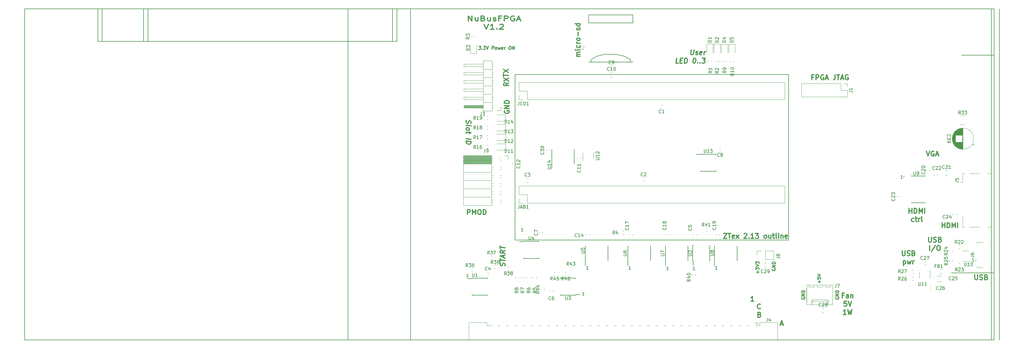
<source format=gbr>
G04 #@! TF.GenerationSoftware,KiCad,Pcbnew,5.0.2+dfsg1-1~bpo9+1*
G04 #@! TF.CreationDate,2022-06-30T13:02:46+02:00*
G04 #@! TF.ProjectId,nubus-to-ztex,6e756275-732d-4746-9f2d-7a7465782e6b,rev?*
G04 #@! TF.SameCoordinates,Original*
G04 #@! TF.FileFunction,Legend,Top*
G04 #@! TF.FilePolarity,Positive*
%FSLAX46Y46*%
G04 Gerber Fmt 4.6, Leading zero omitted, Abs format (unit mm)*
G04 Created by KiCad (PCBNEW 5.0.2+dfsg1-1~bpo9+1) date Thu Jun 30 13:02:46 2022*
%MOMM*%
%LPD*%
G01*
G04 APERTURE LIST*
%ADD10C,0.300000*%
%ADD11C,0.250000*%
%ADD12C,0.200000*%
%ADD13C,0.120000*%
%ADD14C,0.150000*%
%ADD15C,0.127000*%
%ADD16C,0.015000*%
G04 APERTURE END LIST*
D10*
X147418571Y-18110000D02*
X146418571Y-18110000D01*
X146561428Y-18110000D02*
X146490000Y-18038571D01*
X146418571Y-17895714D01*
X146418571Y-17681428D01*
X146490000Y-17538571D01*
X146632857Y-17467142D01*
X147418571Y-17467142D01*
X146632857Y-17467142D02*
X146490000Y-17395714D01*
X146418571Y-17252857D01*
X146418571Y-17038571D01*
X146490000Y-16895714D01*
X146632857Y-16824285D01*
X147418571Y-16824285D01*
X147418571Y-16110000D02*
X146418571Y-16110000D01*
X145918571Y-16110000D02*
X145990000Y-16181428D01*
X146061428Y-16110000D01*
X145990000Y-16038571D01*
X145918571Y-16110000D01*
X146061428Y-16110000D01*
X147347142Y-14752857D02*
X147418571Y-14895714D01*
X147418571Y-15181428D01*
X147347142Y-15324285D01*
X147275714Y-15395714D01*
X147132857Y-15467142D01*
X146704285Y-15467142D01*
X146561428Y-15395714D01*
X146490000Y-15324285D01*
X146418571Y-15181428D01*
X146418571Y-14895714D01*
X146490000Y-14752857D01*
X147418571Y-14110000D02*
X146418571Y-14110000D01*
X146704285Y-14110000D02*
X146561428Y-14038571D01*
X146490000Y-13967142D01*
X146418571Y-13824285D01*
X146418571Y-13681428D01*
X147418571Y-12967142D02*
X147347142Y-13110000D01*
X147275714Y-13181428D01*
X147132857Y-13252857D01*
X146704285Y-13252857D01*
X146561428Y-13181428D01*
X146490000Y-13110000D01*
X146418571Y-12967142D01*
X146418571Y-12752857D01*
X146490000Y-12610000D01*
X146561428Y-12538571D01*
X146704285Y-12467142D01*
X147132857Y-12467142D01*
X147275714Y-12538571D01*
X147347142Y-12610000D01*
X147418571Y-12752857D01*
X147418571Y-12967142D01*
X146847142Y-11824285D02*
X146847142Y-10681428D01*
X147347142Y-10038571D02*
X147418571Y-9895714D01*
X147418571Y-9610000D01*
X147347142Y-9467142D01*
X147204285Y-9395714D01*
X147132857Y-9395714D01*
X146990000Y-9467142D01*
X146918571Y-9610000D01*
X146918571Y-9824285D01*
X146847142Y-9967142D01*
X146704285Y-10038571D01*
X146632857Y-10038571D01*
X146490000Y-9967142D01*
X146418571Y-9824285D01*
X146418571Y-9610000D01*
X146490000Y-9467142D01*
X147418571Y-8110000D02*
X145918571Y-8110000D01*
X147347142Y-8110000D02*
X147418571Y-8252857D01*
X147418571Y-8538571D01*
X147347142Y-8681428D01*
X147275714Y-8752857D01*
X147132857Y-8824285D01*
X146704285Y-8824285D01*
X146561428Y-8752857D01*
X146490000Y-8681428D01*
X146418571Y-8538571D01*
X146418571Y-8252857D01*
X146490000Y-8110000D01*
X112964285Y-66628571D02*
X112964285Y-65128571D01*
X113535714Y-65128571D01*
X113678571Y-65200000D01*
X113750000Y-65271428D01*
X113821428Y-65414285D01*
X113821428Y-65628571D01*
X113750000Y-65771428D01*
X113678571Y-65842857D01*
X113535714Y-65914285D01*
X112964285Y-65914285D01*
X114464285Y-66628571D02*
X114464285Y-65128571D01*
X114964285Y-66200000D01*
X115464285Y-65128571D01*
X115464285Y-66628571D01*
X116464285Y-65128571D02*
X116750000Y-65128571D01*
X116892857Y-65200000D01*
X117035714Y-65342857D01*
X117107142Y-65628571D01*
X117107142Y-66128571D01*
X117035714Y-66414285D01*
X116892857Y-66557142D01*
X116750000Y-66628571D01*
X116464285Y-66628571D01*
X116321428Y-66557142D01*
X116178571Y-66414285D01*
X116107142Y-66128571D01*
X116107142Y-65628571D01*
X116178571Y-65342857D01*
X116321428Y-65200000D01*
X116464285Y-65128571D01*
X117750000Y-66628571D02*
X117750000Y-65128571D01*
X118107142Y-65128571D01*
X118321428Y-65200000D01*
X118464285Y-65342857D01*
X118535714Y-65485714D01*
X118607142Y-65771428D01*
X118607142Y-65985714D01*
X118535714Y-66271428D01*
X118464285Y-66414285D01*
X118321428Y-66557142D01*
X118107142Y-66628571D01*
X117750000Y-66628571D01*
D11*
X116416889Y-14952380D02*
X117035937Y-14952380D01*
X116654985Y-15333333D01*
X116797842Y-15333333D01*
X116887127Y-15380952D01*
X116928794Y-15428571D01*
X116964508Y-15523809D01*
X116934747Y-15761904D01*
X116875223Y-15857142D01*
X116821651Y-15904761D01*
X116720461Y-15952380D01*
X116434747Y-15952380D01*
X116345461Y-15904761D01*
X116303794Y-15857142D01*
X117351413Y-15857142D02*
X117393080Y-15904761D01*
X117339508Y-15952380D01*
X117297842Y-15904761D01*
X117351413Y-15857142D01*
X117339508Y-15952380D01*
X117845461Y-14952380D02*
X118464508Y-14952380D01*
X118083556Y-15333333D01*
X118226413Y-15333333D01*
X118315699Y-15380952D01*
X118357366Y-15428571D01*
X118393080Y-15523809D01*
X118363318Y-15761904D01*
X118303794Y-15857142D01*
X118250223Y-15904761D01*
X118149032Y-15952380D01*
X117863318Y-15952380D01*
X117774032Y-15904761D01*
X117732366Y-15857142D01*
X118750223Y-14952380D02*
X118958556Y-15952380D01*
X119416889Y-14952380D01*
X120387127Y-15952380D02*
X120512127Y-14952380D01*
X120893080Y-14952380D01*
X120982366Y-15000000D01*
X121024032Y-15047619D01*
X121059747Y-15142857D01*
X121041889Y-15285714D01*
X120982366Y-15380952D01*
X120928794Y-15428571D01*
X120827604Y-15476190D01*
X120446651Y-15476190D01*
X121529985Y-15952380D02*
X121440699Y-15904761D01*
X121399032Y-15857142D01*
X121363318Y-15761904D01*
X121399032Y-15476190D01*
X121458556Y-15380952D01*
X121512127Y-15333333D01*
X121613318Y-15285714D01*
X121756175Y-15285714D01*
X121845461Y-15333333D01*
X121887127Y-15380952D01*
X121922842Y-15476190D01*
X121887127Y-15761904D01*
X121827604Y-15857142D01*
X121774032Y-15904761D01*
X121672842Y-15952380D01*
X121529985Y-15952380D01*
X122279985Y-15285714D02*
X122387127Y-15952380D01*
X122637127Y-15476190D01*
X122768080Y-15952380D01*
X123041889Y-15285714D01*
X123726413Y-15904761D02*
X123625223Y-15952380D01*
X123434747Y-15952380D01*
X123345461Y-15904761D01*
X123309747Y-15809523D01*
X123357366Y-15428571D01*
X123416889Y-15333333D01*
X123518080Y-15285714D01*
X123708556Y-15285714D01*
X123797842Y-15333333D01*
X123833556Y-15428571D01*
X123821651Y-15523809D01*
X123333556Y-15619047D01*
X124196651Y-15952380D02*
X124279985Y-15285714D01*
X124256175Y-15476190D02*
X124315699Y-15380952D01*
X124369270Y-15333333D01*
X124470461Y-15285714D01*
X124565699Y-15285714D01*
X125893080Y-14952380D02*
X126083556Y-14952380D01*
X126172842Y-15000000D01*
X126256175Y-15095238D01*
X126279985Y-15285714D01*
X126238318Y-15619047D01*
X126166889Y-15809523D01*
X126059747Y-15904761D01*
X125958556Y-15952380D01*
X125768080Y-15952380D01*
X125678794Y-15904761D01*
X125595461Y-15809523D01*
X125571651Y-15619047D01*
X125613318Y-15285714D01*
X125684747Y-15095238D01*
X125791889Y-15000000D01*
X125893080Y-14952380D01*
X126625223Y-15952380D02*
X126750223Y-14952380D01*
X127196651Y-15952380D01*
X127321651Y-14952380D01*
D12*
X182585714Y-83642380D02*
X182014285Y-83642380D01*
X182300000Y-83642380D02*
X182300000Y-82642380D01*
X182204761Y-82785238D01*
X182109523Y-82880476D01*
X182014285Y-82928095D01*
D10*
X124357142Y-82461428D02*
X124428571Y-82256071D01*
X124428571Y-81898928D01*
X124357142Y-81747142D01*
X124285714Y-81666785D01*
X124142857Y-81577500D01*
X124000000Y-81559642D01*
X123857142Y-81613214D01*
X123785714Y-81675714D01*
X123714285Y-81809642D01*
X123642857Y-82086428D01*
X123571428Y-82220357D01*
X123500000Y-82282857D01*
X123357142Y-82336428D01*
X123214285Y-82318571D01*
X123071428Y-82229285D01*
X123000000Y-82148928D01*
X122928571Y-81997142D01*
X122928571Y-81640000D01*
X123000000Y-81434642D01*
X122928571Y-80997142D02*
X122928571Y-80140000D01*
X124428571Y-80756071D02*
X122928571Y-80568571D01*
X124000000Y-79845357D02*
X124000000Y-79131071D01*
X124428571Y-80041785D02*
X122928571Y-79354285D01*
X124428571Y-79041785D01*
X124428571Y-77684642D02*
X123714285Y-78095357D01*
X124428571Y-78541785D02*
X122928571Y-78354285D01*
X122928571Y-77782857D01*
X123000000Y-77648928D01*
X123071428Y-77586428D01*
X123214285Y-77532857D01*
X123428571Y-77559642D01*
X123571428Y-77648928D01*
X123642857Y-77729285D01*
X123714285Y-77881071D01*
X123714285Y-78452500D01*
X122928571Y-77068571D02*
X122928571Y-76211428D01*
X124428571Y-76827500D02*
X122928571Y-76640000D01*
X208732857Y-100250000D02*
X209447142Y-100250000D01*
X208590000Y-100678571D02*
X209090000Y-99178571D01*
X209590000Y-100678571D01*
X202337142Y-97352857D02*
X202551428Y-97424285D01*
X202622857Y-97495714D01*
X202694285Y-97638571D01*
X202694285Y-97852857D01*
X202622857Y-97995714D01*
X202551428Y-98067142D01*
X202408571Y-98138571D01*
X201837142Y-98138571D01*
X201837142Y-96638571D01*
X202337142Y-96638571D01*
X202480000Y-96710000D01*
X202551428Y-96781428D01*
X202622857Y-96924285D01*
X202622857Y-97067142D01*
X202551428Y-97210000D01*
X202480000Y-97281428D01*
X202337142Y-97352857D01*
X201837142Y-97352857D01*
X202634285Y-95445714D02*
X202562857Y-95517142D01*
X202348571Y-95588571D01*
X202205714Y-95588571D01*
X201991428Y-95517142D01*
X201848571Y-95374285D01*
X201777142Y-95231428D01*
X201705714Y-94945714D01*
X201705714Y-94731428D01*
X201777142Y-94445714D01*
X201848571Y-94302857D01*
X201991428Y-94160000D01*
X202205714Y-94088571D01*
X202348571Y-94088571D01*
X202562857Y-94160000D01*
X202634285Y-94231428D01*
X200568571Y-93268571D02*
X199711428Y-93268571D01*
X200140000Y-93268571D02*
X200140000Y-91768571D01*
X199997142Y-91982857D01*
X199854285Y-92125714D01*
X199711428Y-92197142D01*
D12*
X113285714Y-85852380D02*
X112714285Y-85852380D01*
X113000000Y-85852380D02*
X113000000Y-84852380D01*
X112904761Y-84995238D01*
X112809523Y-85090476D01*
X112714285Y-85138095D01*
X148685714Y-91442380D02*
X148114285Y-91442380D01*
X148400000Y-91442380D02*
X148400000Y-90442380D01*
X148304761Y-90585238D01*
X148209523Y-90680476D01*
X148114285Y-90728095D01*
X189385714Y-83442380D02*
X188814285Y-83442380D01*
X189100000Y-83442380D02*
X189100000Y-82442380D01*
X189004761Y-82585238D01*
X188909523Y-82680476D01*
X188814285Y-82728095D01*
D10*
X112592857Y-37745714D02*
X112521428Y-37951071D01*
X112521428Y-38308214D01*
X112592857Y-38460000D01*
X112664285Y-38540357D01*
X112807142Y-38629642D01*
X112950000Y-38647500D01*
X113092857Y-38593928D01*
X113164285Y-38531428D01*
X113235714Y-38397500D01*
X113307142Y-38120714D01*
X113378571Y-37986785D01*
X113450000Y-37924285D01*
X113592857Y-37870714D01*
X113735714Y-37888571D01*
X113878571Y-37977857D01*
X113950000Y-38058214D01*
X114021428Y-38210000D01*
X114021428Y-38567142D01*
X113950000Y-38772500D01*
X112521428Y-39451071D02*
X112592857Y-39317142D01*
X112735714Y-39263571D01*
X114021428Y-39424285D01*
X112521428Y-40236785D02*
X112592857Y-40102857D01*
X112664285Y-40040357D01*
X112807142Y-39986785D01*
X113235714Y-40040357D01*
X113378571Y-40129642D01*
X113450000Y-40210000D01*
X113521428Y-40361785D01*
X113521428Y-40576071D01*
X113450000Y-40710000D01*
X113378571Y-40772500D01*
X113235714Y-40826071D01*
X112807142Y-40772500D01*
X112664285Y-40683214D01*
X112592857Y-40602857D01*
X112521428Y-40451071D01*
X112521428Y-40236785D01*
X113521428Y-41290357D02*
X113521428Y-41861785D01*
X114021428Y-41567142D02*
X112735714Y-41406428D01*
X112592857Y-41460000D01*
X112521428Y-41593928D01*
X112521428Y-41736785D01*
X112521428Y-43379642D02*
X114021428Y-43567142D01*
X112521428Y-44093928D02*
X114021428Y-44281428D01*
X114021428Y-44638571D01*
X113950000Y-44843928D01*
X113807142Y-44968928D01*
X113664285Y-45022500D01*
X113378571Y-45058214D01*
X113164285Y-45031428D01*
X112878571Y-44924285D01*
X112735714Y-44835000D01*
X112592857Y-44674285D01*
X112521428Y-44451071D01*
X112521428Y-44093928D01*
D12*
X275770000Y-105080000D02*
X275770000Y-3480000D01*
X274170000Y-84560000D02*
X261140000Y-84560000D01*
X246185714Y-55552380D02*
X245614285Y-55552380D01*
X245900000Y-55552380D02*
X245900000Y-54552380D01*
X245804761Y-54695238D01*
X245709523Y-54790476D01*
X245614285Y-54838095D01*
X268005714Y-81092380D02*
X267434285Y-81092380D01*
X267720000Y-81092380D02*
X267720000Y-80092380D01*
X267624761Y-80235238D01*
X267529523Y-80330476D01*
X267434285Y-80378095D01*
X174485714Y-83602380D02*
X173914285Y-83602380D01*
X174200000Y-83602380D02*
X174200000Y-82602380D01*
X174104761Y-82745238D01*
X174009523Y-82840476D01*
X173914285Y-82888095D01*
X162935714Y-83502380D02*
X162364285Y-83502380D01*
X162650000Y-83502380D02*
X162650000Y-82502380D01*
X162554761Y-82645238D01*
X162459523Y-82740476D01*
X162364285Y-82788095D01*
X149935714Y-83552380D02*
X149364285Y-83552380D01*
X149650000Y-83552380D02*
X149650000Y-82552380D01*
X149554761Y-82695238D01*
X149459523Y-82790476D01*
X149364285Y-82838095D01*
X129985714Y-71752380D02*
X129414285Y-71752380D01*
X129700000Y-71752380D02*
X129700000Y-70752380D01*
X129604761Y-70895238D01*
X129509523Y-70990476D01*
X129414285Y-71038095D01*
D11*
X220631428Y-87605714D02*
X220631428Y-86843809D01*
X221012380Y-87224761D02*
X220250476Y-87224761D01*
X220012380Y-85891428D02*
X220012380Y-86367619D01*
X220488571Y-86415238D01*
X220440952Y-86367619D01*
X220393333Y-86272380D01*
X220393333Y-86034285D01*
X220440952Y-85939047D01*
X220488571Y-85891428D01*
X220583809Y-85843809D01*
X220821904Y-85843809D01*
X220917142Y-85891428D01*
X220964761Y-85939047D01*
X221012380Y-86034285D01*
X221012380Y-86272380D01*
X220964761Y-86367619D01*
X220917142Y-86415238D01*
X220012380Y-85558095D02*
X221012380Y-85224761D01*
X220012380Y-84891428D01*
X225620000Y-92021904D02*
X225572380Y-92117142D01*
X225572380Y-92260000D01*
X225620000Y-92402857D01*
X225715238Y-92498095D01*
X225810476Y-92545714D01*
X226000952Y-92593333D01*
X226143809Y-92593333D01*
X226334285Y-92545714D01*
X226429523Y-92498095D01*
X226524761Y-92402857D01*
X226572380Y-92260000D01*
X226572380Y-92164761D01*
X226524761Y-92021904D01*
X226477142Y-91974285D01*
X226143809Y-91974285D01*
X226143809Y-92164761D01*
X226572380Y-91545714D02*
X225572380Y-91545714D01*
X226572380Y-90974285D01*
X225572380Y-90974285D01*
X226572380Y-90498095D02*
X225572380Y-90498095D01*
X225572380Y-90260000D01*
X225620000Y-90117142D01*
X225715238Y-90021904D01*
X225810476Y-89974285D01*
X226000952Y-89926666D01*
X226143809Y-89926666D01*
X226334285Y-89974285D01*
X226429523Y-90021904D01*
X226524761Y-90117142D01*
X226572380Y-90260000D01*
X226572380Y-90498095D01*
X215220000Y-92021904D02*
X215172380Y-92117142D01*
X215172380Y-92260000D01*
X215220000Y-92402857D01*
X215315238Y-92498095D01*
X215410476Y-92545714D01*
X215600952Y-92593333D01*
X215743809Y-92593333D01*
X215934285Y-92545714D01*
X216029523Y-92498095D01*
X216124761Y-92402857D01*
X216172380Y-92260000D01*
X216172380Y-92164761D01*
X216124761Y-92021904D01*
X216077142Y-91974285D01*
X215743809Y-91974285D01*
X215743809Y-92164761D01*
X216172380Y-91545714D02*
X215172380Y-91545714D01*
X216172380Y-90974285D01*
X215172380Y-90974285D01*
X216172380Y-90498095D02*
X215172380Y-90498095D01*
X215172380Y-90260000D01*
X215220000Y-90117142D01*
X215315238Y-90021904D01*
X215410476Y-89974285D01*
X215600952Y-89926666D01*
X215743809Y-89926666D01*
X215934285Y-89974285D01*
X216029523Y-90021904D01*
X216124761Y-90117142D01*
X216172380Y-90260000D01*
X216172380Y-90498095D01*
X206200000Y-83261904D02*
X206152380Y-83357142D01*
X206152380Y-83500000D01*
X206200000Y-83642857D01*
X206295238Y-83738095D01*
X206390476Y-83785714D01*
X206580952Y-83833333D01*
X206723809Y-83833333D01*
X206914285Y-83785714D01*
X207009523Y-83738095D01*
X207104761Y-83642857D01*
X207152380Y-83500000D01*
X207152380Y-83404761D01*
X207104761Y-83261904D01*
X207057142Y-83214285D01*
X206723809Y-83214285D01*
X206723809Y-83404761D01*
X207152380Y-82785714D02*
X206152380Y-82785714D01*
X207152380Y-82214285D01*
X206152380Y-82214285D01*
X207152380Y-81738095D02*
X206152380Y-81738095D01*
X206152380Y-81500000D01*
X206200000Y-81357142D01*
X206295238Y-81261904D01*
X206390476Y-81214285D01*
X206580952Y-81166666D01*
X206723809Y-81166666D01*
X206914285Y-81214285D01*
X207009523Y-81261904D01*
X207104761Y-81357142D01*
X207152380Y-81500000D01*
X207152380Y-81738095D01*
X201771428Y-84661904D02*
X201771428Y-83900000D01*
X202152380Y-84280952D02*
X201390476Y-84280952D01*
X201152380Y-83519047D02*
X201152380Y-82900000D01*
X201533333Y-83233333D01*
X201533333Y-83090476D01*
X201580952Y-82995238D01*
X201628571Y-82947619D01*
X201723809Y-82900000D01*
X201961904Y-82900000D01*
X202057142Y-82947619D01*
X202104761Y-82995238D01*
X202152380Y-83090476D01*
X202152380Y-83376190D01*
X202104761Y-83471428D01*
X202057142Y-83519047D01*
X201152380Y-82614285D02*
X202152380Y-82280952D01*
X201152380Y-81947619D01*
X201152380Y-81709523D02*
X201152380Y-81090476D01*
X201533333Y-81423809D01*
X201533333Y-81280952D01*
X201580952Y-81185714D01*
X201628571Y-81138095D01*
X201723809Y-81090476D01*
X201961904Y-81090476D01*
X202057142Y-81138095D01*
X202104761Y-81185714D01*
X202152380Y-81280952D01*
X202152380Y-81566666D01*
X202104761Y-81661904D01*
X202057142Y-81709523D01*
D10*
X228137142Y-91422857D02*
X227637142Y-91422857D01*
X227637142Y-92208571D02*
X227637142Y-90708571D01*
X228351428Y-90708571D01*
X229565714Y-92208571D02*
X229565714Y-91422857D01*
X229494285Y-91280000D01*
X229351428Y-91208571D01*
X229065714Y-91208571D01*
X228922857Y-91280000D01*
X229565714Y-92137142D02*
X229422857Y-92208571D01*
X229065714Y-92208571D01*
X228922857Y-92137142D01*
X228851428Y-91994285D01*
X228851428Y-91851428D01*
X228922857Y-91708571D01*
X229065714Y-91637142D01*
X229422857Y-91637142D01*
X229565714Y-91565714D01*
X230280000Y-91208571D02*
X230280000Y-92208571D01*
X230280000Y-91351428D02*
X230351428Y-91280000D01*
X230494285Y-91208571D01*
X230708571Y-91208571D01*
X230851428Y-91280000D01*
X230922857Y-91422857D01*
X230922857Y-92208571D01*
X228994285Y-93258571D02*
X228280000Y-93258571D01*
X228208571Y-93972857D01*
X228280000Y-93901428D01*
X228422857Y-93830000D01*
X228780000Y-93830000D01*
X228922857Y-93901428D01*
X228994285Y-93972857D01*
X229065714Y-94115714D01*
X229065714Y-94472857D01*
X228994285Y-94615714D01*
X228922857Y-94687142D01*
X228780000Y-94758571D01*
X228422857Y-94758571D01*
X228280000Y-94687142D01*
X228208571Y-94615714D01*
X229494285Y-93258571D02*
X229994285Y-94758571D01*
X230494285Y-93258571D01*
X228851428Y-97308571D02*
X227994285Y-97308571D01*
X228422857Y-97308571D02*
X228422857Y-95808571D01*
X228280000Y-96022857D01*
X228137142Y-96165714D01*
X227994285Y-96237142D01*
X229351428Y-95808571D02*
X229708571Y-97308571D01*
X229994285Y-96237142D01*
X230280000Y-97308571D01*
X230637142Y-95808571D01*
D12*
X211270000Y-74450000D02*
X211270000Y-23650000D01*
D10*
X113195238Y-7203571D02*
X113195238Y-5703571D01*
X114338095Y-7203571D01*
X114338095Y-5703571D01*
X116147619Y-6203571D02*
X116147619Y-7203571D01*
X115290476Y-6203571D02*
X115290476Y-6989285D01*
X115385714Y-7132142D01*
X115576190Y-7203571D01*
X115861904Y-7203571D01*
X116052380Y-7132142D01*
X116147619Y-7060714D01*
X117766666Y-6417857D02*
X118052380Y-6489285D01*
X118147619Y-6560714D01*
X118242857Y-6703571D01*
X118242857Y-6917857D01*
X118147619Y-7060714D01*
X118052380Y-7132142D01*
X117861904Y-7203571D01*
X117099999Y-7203571D01*
X117099999Y-5703571D01*
X117766666Y-5703571D01*
X117957142Y-5775000D01*
X118052380Y-5846428D01*
X118147619Y-5989285D01*
X118147619Y-6132142D01*
X118052380Y-6275000D01*
X117957142Y-6346428D01*
X117766666Y-6417857D01*
X117099999Y-6417857D01*
X119957142Y-6203571D02*
X119957142Y-7203571D01*
X119099999Y-6203571D02*
X119099999Y-6989285D01*
X119195238Y-7132142D01*
X119385714Y-7203571D01*
X119671428Y-7203571D01*
X119861904Y-7132142D01*
X119957142Y-7060714D01*
X120814285Y-7132142D02*
X121004761Y-7203571D01*
X121385714Y-7203571D01*
X121576190Y-7132142D01*
X121671428Y-6989285D01*
X121671428Y-6917857D01*
X121576190Y-6775000D01*
X121385714Y-6703571D01*
X121099999Y-6703571D01*
X120909523Y-6632142D01*
X120814285Y-6489285D01*
X120814285Y-6417857D01*
X120909523Y-6275000D01*
X121099999Y-6203571D01*
X121385714Y-6203571D01*
X121576190Y-6275000D01*
X123195238Y-6417857D02*
X122528571Y-6417857D01*
X122528571Y-7203571D02*
X122528571Y-5703571D01*
X123480952Y-5703571D01*
X124242857Y-7203571D02*
X124242857Y-5703571D01*
X125004761Y-5703571D01*
X125195238Y-5775000D01*
X125290476Y-5846428D01*
X125385714Y-5989285D01*
X125385714Y-6203571D01*
X125290476Y-6346428D01*
X125195238Y-6417857D01*
X125004761Y-6489285D01*
X124242857Y-6489285D01*
X127290476Y-5775000D02*
X127100000Y-5703571D01*
X126814285Y-5703571D01*
X126528571Y-5775000D01*
X126338095Y-5917857D01*
X126242857Y-6060714D01*
X126147619Y-6346428D01*
X126147619Y-6560714D01*
X126242857Y-6846428D01*
X126338095Y-6989285D01*
X126528571Y-7132142D01*
X126814285Y-7203571D01*
X127004761Y-7203571D01*
X127290476Y-7132142D01*
X127385714Y-7060714D01*
X127385714Y-6560714D01*
X127004761Y-6560714D01*
X128147619Y-6775000D02*
X129100000Y-6775000D01*
X127957142Y-7203571D02*
X128623809Y-5703571D01*
X129290476Y-7203571D01*
X118052380Y-8253571D02*
X118719047Y-9753571D01*
X119385714Y-8253571D01*
X121100000Y-9753571D02*
X119957142Y-9753571D01*
X120528571Y-9753571D02*
X120528571Y-8253571D01*
X120338095Y-8467857D01*
X120147619Y-8610714D01*
X119957142Y-8682142D01*
X121957142Y-9610714D02*
X122052380Y-9682142D01*
X121957142Y-9753571D01*
X121861904Y-9682142D01*
X121957142Y-9610714D01*
X121957142Y-9753571D01*
X122814285Y-8396428D02*
X122909523Y-8325000D01*
X123100000Y-8253571D01*
X123576190Y-8253571D01*
X123766666Y-8325000D01*
X123861904Y-8396428D01*
X123957142Y-8539285D01*
X123957142Y-8682142D01*
X123861904Y-8896428D01*
X122719047Y-9753571D01*
X123957142Y-9753571D01*
X268247142Y-85148571D02*
X268247142Y-86362857D01*
X268318571Y-86505714D01*
X268390000Y-86577142D01*
X268532857Y-86648571D01*
X268818571Y-86648571D01*
X268961428Y-86577142D01*
X269032857Y-86505714D01*
X269104285Y-86362857D01*
X269104285Y-85148571D01*
X269747142Y-86577142D02*
X269961428Y-86648571D01*
X270318571Y-86648571D01*
X270461428Y-86577142D01*
X270532857Y-86505714D01*
X270604285Y-86362857D01*
X270604285Y-86220000D01*
X270532857Y-86077142D01*
X270461428Y-86005714D01*
X270318571Y-85934285D01*
X270032857Y-85862857D01*
X269890000Y-85791428D01*
X269818571Y-85720000D01*
X269747142Y-85577142D01*
X269747142Y-85434285D01*
X269818571Y-85291428D01*
X269890000Y-85220000D01*
X270032857Y-85148571D01*
X270390000Y-85148571D01*
X270604285Y-85220000D01*
X271747142Y-85862857D02*
X271961428Y-85934285D01*
X272032857Y-86005714D01*
X272104285Y-86148571D01*
X272104285Y-86362857D01*
X272032857Y-86505714D01*
X271961428Y-86577142D01*
X271818571Y-86648571D01*
X271247142Y-86648571D01*
X271247142Y-85148571D01*
X271747142Y-85148571D01*
X271890000Y-85220000D01*
X271961428Y-85291428D01*
X272032857Y-85434285D01*
X272032857Y-85577142D01*
X271961428Y-85720000D01*
X271890000Y-85791428D01*
X271747142Y-85862857D01*
X271247142Y-85862857D01*
X258207142Y-70678571D02*
X258207142Y-69178571D01*
X258207142Y-69892857D02*
X259064285Y-69892857D01*
X259064285Y-70678571D02*
X259064285Y-69178571D01*
X259778571Y-70678571D02*
X259778571Y-69178571D01*
X260135714Y-69178571D01*
X260350000Y-69250000D01*
X260492857Y-69392857D01*
X260564285Y-69535714D01*
X260635714Y-69821428D01*
X260635714Y-70035714D01*
X260564285Y-70321428D01*
X260492857Y-70464285D01*
X260350000Y-70607142D01*
X260135714Y-70678571D01*
X259778571Y-70678571D01*
X261278571Y-70678571D02*
X261278571Y-69178571D01*
X261778571Y-70250000D01*
X262278571Y-69178571D01*
X262278571Y-70678571D01*
X262992857Y-70678571D02*
X262992857Y-69178571D01*
X253407142Y-47178571D02*
X253907142Y-48678571D01*
X254407142Y-47178571D01*
X255692857Y-47250000D02*
X255550000Y-47178571D01*
X255335714Y-47178571D01*
X255121428Y-47250000D01*
X254978571Y-47392857D01*
X254907142Y-47535714D01*
X254835714Y-47821428D01*
X254835714Y-48035714D01*
X254907142Y-48321428D01*
X254978571Y-48464285D01*
X255121428Y-48607142D01*
X255335714Y-48678571D01*
X255478571Y-48678571D01*
X255692857Y-48607142D01*
X255764285Y-48535714D01*
X255764285Y-48035714D01*
X255478571Y-48035714D01*
X256335714Y-48250000D02*
X257050000Y-48250000D01*
X256192857Y-48678571D02*
X256692857Y-47178571D01*
X257192857Y-48678571D01*
X191318571Y-72428571D02*
X192318571Y-72428571D01*
X191318571Y-73928571D01*
X192318571Y-73928571D01*
X192675714Y-72428571D02*
X193532857Y-72428571D01*
X193104285Y-73928571D02*
X193104285Y-72428571D01*
X194604285Y-73857142D02*
X194461428Y-73928571D01*
X194175714Y-73928571D01*
X194032857Y-73857142D01*
X193961428Y-73714285D01*
X193961428Y-73142857D01*
X194032857Y-73000000D01*
X194175714Y-72928571D01*
X194461428Y-72928571D01*
X194604285Y-73000000D01*
X194675714Y-73142857D01*
X194675714Y-73285714D01*
X193961428Y-73428571D01*
X195175714Y-73928571D02*
X195961428Y-72928571D01*
X195175714Y-72928571D02*
X195961428Y-73928571D01*
X197604285Y-72571428D02*
X197675714Y-72500000D01*
X197818571Y-72428571D01*
X198175714Y-72428571D01*
X198318571Y-72500000D01*
X198390000Y-72571428D01*
X198461428Y-72714285D01*
X198461428Y-72857142D01*
X198390000Y-73071428D01*
X197532857Y-73928571D01*
X198461428Y-73928571D01*
X199104285Y-73785714D02*
X199175714Y-73857142D01*
X199104285Y-73928571D01*
X199032857Y-73857142D01*
X199104285Y-73785714D01*
X199104285Y-73928571D01*
X200604285Y-73928571D02*
X199747142Y-73928571D01*
X200175714Y-73928571D02*
X200175714Y-72428571D01*
X200032857Y-72642857D01*
X199890000Y-72785714D01*
X199747142Y-72857142D01*
X201104285Y-72428571D02*
X202032857Y-72428571D01*
X201532857Y-73000000D01*
X201747142Y-73000000D01*
X201890000Y-73071428D01*
X201961428Y-73142857D01*
X202032857Y-73285714D01*
X202032857Y-73642857D01*
X201961428Y-73785714D01*
X201890000Y-73857142D01*
X201747142Y-73928571D01*
X201318571Y-73928571D01*
X201175714Y-73857142D01*
X201104285Y-73785714D01*
X204032857Y-73928571D02*
X203890000Y-73857142D01*
X203818571Y-73785714D01*
X203747142Y-73642857D01*
X203747142Y-73214285D01*
X203818571Y-73071428D01*
X203890000Y-73000000D01*
X204032857Y-72928571D01*
X204247142Y-72928571D01*
X204390000Y-73000000D01*
X204461428Y-73071428D01*
X204532857Y-73214285D01*
X204532857Y-73642857D01*
X204461428Y-73785714D01*
X204390000Y-73857142D01*
X204247142Y-73928571D01*
X204032857Y-73928571D01*
X205818571Y-72928571D02*
X205818571Y-73928571D01*
X205175714Y-72928571D02*
X205175714Y-73714285D01*
X205247142Y-73857142D01*
X205390000Y-73928571D01*
X205604285Y-73928571D01*
X205747142Y-73857142D01*
X205818571Y-73785714D01*
X206318571Y-72928571D02*
X206890000Y-72928571D01*
X206532857Y-72428571D02*
X206532857Y-73714285D01*
X206604285Y-73857142D01*
X206747142Y-73928571D01*
X206890000Y-73928571D01*
X207604285Y-73928571D02*
X207461428Y-73857142D01*
X207390000Y-73714285D01*
X207390000Y-72428571D01*
X208175714Y-73928571D02*
X208175714Y-72928571D01*
X208175714Y-72428571D02*
X208104285Y-72500000D01*
X208175714Y-72571428D01*
X208247142Y-72500000D01*
X208175714Y-72428571D01*
X208175714Y-72571428D01*
X208890000Y-72928571D02*
X208890000Y-73928571D01*
X208890000Y-73071428D02*
X208961428Y-73000000D01*
X209104285Y-72928571D01*
X209318571Y-72928571D01*
X209461428Y-73000000D01*
X209532857Y-73142857D01*
X209532857Y-73928571D01*
X210818571Y-73857142D02*
X210675714Y-73928571D01*
X210390000Y-73928571D01*
X210247142Y-73857142D01*
X210175714Y-73714285D01*
X210175714Y-73142857D01*
X210247142Y-73000000D01*
X210390000Y-72928571D01*
X210675714Y-72928571D01*
X210818571Y-73000000D01*
X210890000Y-73142857D01*
X210890000Y-73285714D01*
X210175714Y-73428571D01*
X246027142Y-77793571D02*
X246027142Y-79007857D01*
X246098571Y-79150714D01*
X246170000Y-79222142D01*
X246312857Y-79293571D01*
X246598571Y-79293571D01*
X246741428Y-79222142D01*
X246812857Y-79150714D01*
X246884285Y-79007857D01*
X246884285Y-77793571D01*
X247527142Y-79222142D02*
X247741428Y-79293571D01*
X248098571Y-79293571D01*
X248241428Y-79222142D01*
X248312857Y-79150714D01*
X248384285Y-79007857D01*
X248384285Y-78865000D01*
X248312857Y-78722142D01*
X248241428Y-78650714D01*
X248098571Y-78579285D01*
X247812857Y-78507857D01*
X247670000Y-78436428D01*
X247598571Y-78365000D01*
X247527142Y-78222142D01*
X247527142Y-78079285D01*
X247598571Y-77936428D01*
X247670000Y-77865000D01*
X247812857Y-77793571D01*
X248170000Y-77793571D01*
X248384285Y-77865000D01*
X249527142Y-78507857D02*
X249741428Y-78579285D01*
X249812857Y-78650714D01*
X249884285Y-78793571D01*
X249884285Y-79007857D01*
X249812857Y-79150714D01*
X249741428Y-79222142D01*
X249598571Y-79293571D01*
X249027142Y-79293571D01*
X249027142Y-77793571D01*
X249527142Y-77793571D01*
X249670000Y-77865000D01*
X249741428Y-77936428D01*
X249812857Y-78079285D01*
X249812857Y-78222142D01*
X249741428Y-78365000D01*
X249670000Y-78436428D01*
X249527142Y-78507857D01*
X249027142Y-78507857D01*
X246348571Y-80843571D02*
X246348571Y-82343571D01*
X246348571Y-80915000D02*
X246491428Y-80843571D01*
X246777142Y-80843571D01*
X246920000Y-80915000D01*
X246991428Y-80986428D01*
X247062857Y-81129285D01*
X247062857Y-81557857D01*
X246991428Y-81700714D01*
X246920000Y-81772142D01*
X246777142Y-81843571D01*
X246491428Y-81843571D01*
X246348571Y-81772142D01*
X247562857Y-80843571D02*
X247848571Y-81843571D01*
X248134285Y-81129285D01*
X248420000Y-81843571D01*
X248705714Y-80843571D01*
X249277142Y-81843571D02*
X249277142Y-80843571D01*
X249277142Y-81129285D02*
X249348571Y-80986428D01*
X249420000Y-80915000D01*
X249562857Y-80843571D01*
X249705714Y-80843571D01*
X254107142Y-73603571D02*
X254107142Y-74817857D01*
X254178571Y-74960714D01*
X254250000Y-75032142D01*
X254392857Y-75103571D01*
X254678571Y-75103571D01*
X254821428Y-75032142D01*
X254892857Y-74960714D01*
X254964285Y-74817857D01*
X254964285Y-73603571D01*
X255607142Y-75032142D02*
X255821428Y-75103571D01*
X256178571Y-75103571D01*
X256321428Y-75032142D01*
X256392857Y-74960714D01*
X256464285Y-74817857D01*
X256464285Y-74675000D01*
X256392857Y-74532142D01*
X256321428Y-74460714D01*
X256178571Y-74389285D01*
X255892857Y-74317857D01*
X255750000Y-74246428D01*
X255678571Y-74175000D01*
X255607142Y-74032142D01*
X255607142Y-73889285D01*
X255678571Y-73746428D01*
X255750000Y-73675000D01*
X255892857Y-73603571D01*
X256250000Y-73603571D01*
X256464285Y-73675000D01*
X257607142Y-74317857D02*
X257821428Y-74389285D01*
X257892857Y-74460714D01*
X257964285Y-74603571D01*
X257964285Y-74817857D01*
X257892857Y-74960714D01*
X257821428Y-75032142D01*
X257678571Y-75103571D01*
X257107142Y-75103571D01*
X257107142Y-73603571D01*
X257607142Y-73603571D01*
X257750000Y-73675000D01*
X257821428Y-73746428D01*
X257892857Y-73889285D01*
X257892857Y-74032142D01*
X257821428Y-74175000D01*
X257750000Y-74246428D01*
X257607142Y-74317857D01*
X257107142Y-74317857D01*
X254428571Y-77653571D02*
X254428571Y-76153571D01*
X256214285Y-76082142D02*
X254928571Y-78010714D01*
X257000000Y-76153571D02*
X257285714Y-76153571D01*
X257428571Y-76225000D01*
X257571428Y-76367857D01*
X257642857Y-76653571D01*
X257642857Y-77153571D01*
X257571428Y-77439285D01*
X257428571Y-77582142D01*
X257285714Y-77653571D01*
X257000000Y-77653571D01*
X256857142Y-77582142D01*
X256714285Y-77439285D01*
X256642857Y-77153571D01*
X256642857Y-76653571D01*
X256714285Y-76367857D01*
X256857142Y-76225000D01*
X257000000Y-76153571D01*
X248107142Y-66253571D02*
X248107142Y-64753571D01*
X248107142Y-65467857D02*
X248964285Y-65467857D01*
X248964285Y-66253571D02*
X248964285Y-64753571D01*
X249678571Y-66253571D02*
X249678571Y-64753571D01*
X250035714Y-64753571D01*
X250250000Y-64825000D01*
X250392857Y-64967857D01*
X250464285Y-65110714D01*
X250535714Y-65396428D01*
X250535714Y-65610714D01*
X250464285Y-65896428D01*
X250392857Y-66039285D01*
X250250000Y-66182142D01*
X250035714Y-66253571D01*
X249678571Y-66253571D01*
X251178571Y-66253571D02*
X251178571Y-64753571D01*
X251678571Y-65825000D01*
X252178571Y-64753571D01*
X252178571Y-66253571D01*
X252892857Y-66253571D02*
X252892857Y-64753571D01*
X249571428Y-68732142D02*
X249428571Y-68803571D01*
X249142857Y-68803571D01*
X249000000Y-68732142D01*
X248928571Y-68660714D01*
X248857142Y-68517857D01*
X248857142Y-68089285D01*
X248928571Y-67946428D01*
X249000000Y-67875000D01*
X249142857Y-67803571D01*
X249428571Y-67803571D01*
X249571428Y-67875000D01*
X250000000Y-67803571D02*
X250571428Y-67803571D01*
X250214285Y-67303571D02*
X250214285Y-68589285D01*
X250285714Y-68732142D01*
X250428571Y-68803571D01*
X250571428Y-68803571D01*
X251071428Y-68803571D02*
X251071428Y-67803571D01*
X251071428Y-68089285D02*
X251142857Y-67946428D01*
X251214285Y-67875000D01*
X251357142Y-67803571D01*
X251500000Y-67803571D01*
X252214285Y-68803571D02*
X252071428Y-68732142D01*
X252000000Y-68589285D01*
X252000000Y-67303571D01*
X181428571Y-16103571D02*
X181276785Y-17317857D01*
X181330357Y-17460714D01*
X181392857Y-17532142D01*
X181526785Y-17603571D01*
X181812500Y-17603571D01*
X181964285Y-17532142D01*
X182044642Y-17460714D01*
X182133928Y-17317857D01*
X182285714Y-16103571D01*
X182750000Y-17532142D02*
X182883928Y-17603571D01*
X183169642Y-17603571D01*
X183321428Y-17532142D01*
X183410714Y-17389285D01*
X183419642Y-17317857D01*
X183366071Y-17175000D01*
X183232142Y-17103571D01*
X183017857Y-17103571D01*
X182883928Y-17032142D01*
X182830357Y-16889285D01*
X182839285Y-16817857D01*
X182928571Y-16675000D01*
X183080357Y-16603571D01*
X183294642Y-16603571D01*
X183428571Y-16675000D01*
X184607142Y-17532142D02*
X184455357Y-17603571D01*
X184169642Y-17603571D01*
X184035714Y-17532142D01*
X183982142Y-17389285D01*
X184053571Y-16817857D01*
X184142857Y-16675000D01*
X184294642Y-16603571D01*
X184580357Y-16603571D01*
X184714285Y-16675000D01*
X184767857Y-16817857D01*
X184750000Y-16960714D01*
X184017857Y-17103571D01*
X185312500Y-17603571D02*
X185437500Y-16603571D01*
X185401785Y-16889285D02*
X185491071Y-16746428D01*
X185571428Y-16675000D01*
X185723214Y-16603571D01*
X185866071Y-16603571D01*
X177455357Y-20153571D02*
X176741071Y-20153571D01*
X176928571Y-18653571D01*
X178053571Y-19367857D02*
X178553571Y-19367857D01*
X178669642Y-20153571D02*
X177955357Y-20153571D01*
X178142857Y-18653571D01*
X178857142Y-18653571D01*
X179312500Y-20153571D02*
X179500000Y-18653571D01*
X179857142Y-18653571D01*
X180062500Y-18725000D01*
X180187500Y-18867857D01*
X180241071Y-19010714D01*
X180276785Y-19296428D01*
X180250000Y-19510714D01*
X180142857Y-19796428D01*
X180053571Y-19939285D01*
X179892857Y-20082142D01*
X179669642Y-20153571D01*
X179312500Y-20153571D01*
X182428571Y-18653571D02*
X182571428Y-18653571D01*
X182705357Y-18725000D01*
X182767857Y-18796428D01*
X182821428Y-18939285D01*
X182857142Y-19225000D01*
X182812500Y-19582142D01*
X182705357Y-19867857D01*
X182616071Y-20010714D01*
X182535714Y-20082142D01*
X182383928Y-20153571D01*
X182241071Y-20153571D01*
X182107142Y-20082142D01*
X182044642Y-20010714D01*
X181991071Y-19867857D01*
X181955357Y-19582142D01*
X182000000Y-19225000D01*
X182107142Y-18939285D01*
X182196428Y-18796428D01*
X182276785Y-18725000D01*
X182428571Y-18653571D01*
X183401785Y-20010714D02*
X183464285Y-20082142D01*
X183383928Y-20153571D01*
X183321428Y-20082142D01*
X183401785Y-20010714D01*
X183383928Y-20153571D01*
X184116071Y-20010714D02*
X184178571Y-20082142D01*
X184098214Y-20153571D01*
X184035714Y-20082142D01*
X184116071Y-20010714D01*
X184098214Y-20153571D01*
X184857142Y-18653571D02*
X185785714Y-18653571D01*
X185214285Y-19225000D01*
X185428571Y-19225000D01*
X185562500Y-19296428D01*
X185625000Y-19367857D01*
X185678571Y-19510714D01*
X185633928Y-19867857D01*
X185544642Y-20010714D01*
X185464285Y-20082142D01*
X185312500Y-20153571D01*
X184883928Y-20153571D01*
X184750000Y-20082142D01*
X184687500Y-20010714D01*
X123968571Y-24312857D02*
X123968571Y-23455714D01*
X125468571Y-23884285D02*
X123968571Y-23884285D01*
X123968571Y-23098571D02*
X125468571Y-22098571D01*
X123968571Y-22098571D02*
X125468571Y-23098571D01*
X125538571Y-26230000D02*
X124824285Y-26730000D01*
X125538571Y-27087142D02*
X124038571Y-27087142D01*
X124038571Y-26515714D01*
X124110000Y-26372857D01*
X124181428Y-26301428D01*
X124324285Y-26230000D01*
X124538571Y-26230000D01*
X124681428Y-26301428D01*
X124752857Y-26372857D01*
X124824285Y-26515714D01*
X124824285Y-27087142D01*
X124038571Y-25730000D02*
X125538571Y-24730000D01*
X124038571Y-24730000D02*
X125538571Y-25730000D01*
X124310000Y-34772857D02*
X124238571Y-34915714D01*
X124238571Y-35130000D01*
X124310000Y-35344285D01*
X124452857Y-35487142D01*
X124595714Y-35558571D01*
X124881428Y-35630000D01*
X125095714Y-35630000D01*
X125381428Y-35558571D01*
X125524285Y-35487142D01*
X125667142Y-35344285D01*
X125738571Y-35130000D01*
X125738571Y-34987142D01*
X125667142Y-34772857D01*
X125595714Y-34701428D01*
X125095714Y-34701428D01*
X125095714Y-34987142D01*
X125738571Y-34058571D02*
X124238571Y-34058571D01*
X125738571Y-33201428D01*
X124238571Y-33201428D01*
X125738571Y-32487142D02*
X124238571Y-32487142D01*
X124238571Y-32130000D01*
X124310000Y-31915714D01*
X124452857Y-31772857D01*
X124595714Y-31701428D01*
X124881428Y-31630000D01*
X125095714Y-31630000D01*
X125381428Y-31701428D01*
X125524285Y-31772857D01*
X125667142Y-31915714D01*
X125738571Y-32130000D01*
X125738571Y-32487142D01*
X218844285Y-24502857D02*
X218344285Y-24502857D01*
X218344285Y-25288571D02*
X218344285Y-23788571D01*
X219058571Y-23788571D01*
X219630000Y-25288571D02*
X219630000Y-23788571D01*
X220201428Y-23788571D01*
X220344285Y-23860000D01*
X220415714Y-23931428D01*
X220487142Y-24074285D01*
X220487142Y-24288571D01*
X220415714Y-24431428D01*
X220344285Y-24502857D01*
X220201428Y-24574285D01*
X219630000Y-24574285D01*
X221915714Y-23860000D02*
X221772857Y-23788571D01*
X221558571Y-23788571D01*
X221344285Y-23860000D01*
X221201428Y-24002857D01*
X221130000Y-24145714D01*
X221058571Y-24431428D01*
X221058571Y-24645714D01*
X221130000Y-24931428D01*
X221201428Y-25074285D01*
X221344285Y-25217142D01*
X221558571Y-25288571D01*
X221701428Y-25288571D01*
X221915714Y-25217142D01*
X221987142Y-25145714D01*
X221987142Y-24645714D01*
X221701428Y-24645714D01*
X222558571Y-24860000D02*
X223272857Y-24860000D01*
X222415714Y-25288571D02*
X222915714Y-23788571D01*
X223415714Y-25288571D01*
X225487142Y-23788571D02*
X225487142Y-24860000D01*
X225415714Y-25074285D01*
X225272857Y-25217142D01*
X225058571Y-25288571D01*
X224915714Y-25288571D01*
X225987142Y-23788571D02*
X226844285Y-23788571D01*
X226415714Y-25288571D02*
X226415714Y-23788571D01*
X227272857Y-24860000D02*
X227987142Y-24860000D01*
X227130000Y-25288571D02*
X227630000Y-23788571D01*
X228130000Y-25288571D01*
X229415714Y-23860000D02*
X229272857Y-23788571D01*
X229058571Y-23788571D01*
X228844285Y-23860000D01*
X228701428Y-24002857D01*
X228630000Y-24145714D01*
X228558571Y-24431428D01*
X228558571Y-24645714D01*
X228630000Y-24931428D01*
X228701428Y-25074285D01*
X228844285Y-25217142D01*
X229058571Y-25288571D01*
X229201428Y-25288571D01*
X229415714Y-25217142D01*
X229487142Y-25145714D01*
X229487142Y-24645714D01*
X229201428Y-24645714D01*
D12*
X274170000Y-17750000D02*
X264170000Y-17750000D01*
X15120000Y-3480000D02*
X15120000Y-13480000D01*
X91320000Y-3480000D02*
X91320000Y-13480000D01*
X15120000Y-13480000D02*
X91320000Y-13480000D01*
X15120000Y-13480000D02*
X1120000Y-13480000D01*
X1120000Y-13480000D02*
X1120000Y-3480000D01*
X-170000Y-13480000D02*
X-170000Y-3480000D01*
X13830000Y-13480000D02*
X-170000Y-13480000D01*
X13830000Y-13480000D02*
X90030000Y-13480000D01*
X90030000Y-3480000D02*
X90030000Y-13480000D01*
X13830000Y-3480000D02*
X13830000Y-13480000D01*
X76330000Y-105080000D02*
X76330000Y-3480000D01*
X-22580000Y-105080000D02*
X-22580000Y-3480000D01*
X273330000Y-105080000D02*
X273330000Y-3480000D01*
X95530000Y-105080000D02*
X95530000Y-3480000D01*
X274170000Y-105080000D02*
X-22580000Y-105080000D01*
X274170000Y-3480000D02*
X274170000Y-105080000D01*
X-22580000Y-3480000D02*
X274170000Y-3480000D01*
X127470000Y-74450000D02*
X127470000Y-23650000D01*
X127470000Y-74450000D02*
X211270000Y-74450000D01*
X127470000Y-23650000D02*
X211270000Y-23650000D01*
D13*
G04 #@! TO.C,D4*
X190663332Y-14315000D02*
X190663332Y-17000000D01*
X192583332Y-14315000D02*
X190663332Y-14315000D01*
X192583332Y-17000000D02*
X192583332Y-14315000D01*
G04 #@! TO.C,D5*
X194835000Y-17000000D02*
X194835000Y-14315000D01*
X194835000Y-14315000D02*
X192915000Y-14315000D01*
X192915000Y-14315000D02*
X192915000Y-17000000D01*
G04 #@! TO.C,R10*
X194385000Y-19812779D02*
X194385000Y-19487221D01*
X193365000Y-19812779D02*
X193365000Y-19487221D01*
G04 #@! TO.C,R9*
X191113332Y-19762779D02*
X191113332Y-19437221D01*
X192133332Y-19762779D02*
X192133332Y-19437221D01*
G04 #@! TO.C,C12*
X127660000Y-50962221D02*
X127660000Y-51287779D01*
X126640000Y-50962221D02*
X126640000Y-51287779D01*
G04 #@! TO.C,J9*
X124300000Y-48520000D02*
X125410000Y-48520000D01*
X125410000Y-48520000D02*
X125410000Y-49850000D01*
X111670000Y-48520000D02*
X111670000Y-63880000D01*
X111670000Y-63880000D02*
X120300000Y-63880000D01*
X120300000Y-48520000D02*
X120300000Y-63880000D01*
X111670000Y-48520000D02*
X120300000Y-48520000D01*
X111670000Y-61280000D02*
X120300000Y-61280000D01*
X111670000Y-58740000D02*
X120300000Y-58740000D01*
X111670000Y-56200000D02*
X120300000Y-56200000D01*
X111670000Y-53660000D02*
X120300000Y-53660000D01*
X111670000Y-51120000D02*
X120300000Y-51120000D01*
X122810000Y-62910000D02*
X123250000Y-62910000D01*
X120300000Y-62910000D02*
X120710000Y-62910000D01*
X122810000Y-62190000D02*
X123250000Y-62190000D01*
X120300000Y-62190000D02*
X120710000Y-62190000D01*
X122810000Y-60370000D02*
X123250000Y-60370000D01*
X120300000Y-60370000D02*
X120710000Y-60370000D01*
X122810000Y-59650000D02*
X123250000Y-59650000D01*
X120300000Y-59650000D02*
X120710000Y-59650000D01*
X122810000Y-57830000D02*
X123250000Y-57830000D01*
X120300000Y-57830000D02*
X120710000Y-57830000D01*
X122810000Y-57110000D02*
X123250000Y-57110000D01*
X120300000Y-57110000D02*
X120710000Y-57110000D01*
X122810000Y-55290000D02*
X123250000Y-55290000D01*
X120300000Y-55290000D02*
X120710000Y-55290000D01*
X122810000Y-54570000D02*
X123250000Y-54570000D01*
X120300000Y-54570000D02*
X120710000Y-54570000D01*
X122810000Y-52750000D02*
X123250000Y-52750000D01*
X120300000Y-52750000D02*
X120710000Y-52750000D01*
X122810000Y-52030000D02*
X123250000Y-52030000D01*
X120300000Y-52030000D02*
X120710000Y-52030000D01*
X122810000Y-50210000D02*
X123190000Y-50210000D01*
X120300000Y-50210000D02*
X120710000Y-50210000D01*
X122810000Y-49490000D02*
X123190000Y-49490000D01*
X120300000Y-49490000D02*
X120710000Y-49490000D01*
X111670000Y-51001900D02*
X120300000Y-51001900D01*
X111670000Y-50883805D02*
X120300000Y-50883805D01*
X111670000Y-50765710D02*
X120300000Y-50765710D01*
X111670000Y-50647615D02*
X120300000Y-50647615D01*
X111670000Y-50529520D02*
X120300000Y-50529520D01*
X111670000Y-50411425D02*
X120300000Y-50411425D01*
X111670000Y-50293330D02*
X120300000Y-50293330D01*
X111670000Y-50175235D02*
X120300000Y-50175235D01*
X111670000Y-50057140D02*
X120300000Y-50057140D01*
X111670000Y-49939045D02*
X120300000Y-49939045D01*
X111670000Y-49820950D02*
X120300000Y-49820950D01*
X111670000Y-49702855D02*
X120300000Y-49702855D01*
X111670000Y-49584760D02*
X120300000Y-49584760D01*
X111670000Y-49466665D02*
X120300000Y-49466665D01*
X111670000Y-49348570D02*
X120300000Y-49348570D01*
X111670000Y-49230475D02*
X120300000Y-49230475D01*
X111670000Y-49112380D02*
X120300000Y-49112380D01*
X111670000Y-48994285D02*
X120300000Y-48994285D01*
X111670000Y-48876190D02*
X120300000Y-48876190D01*
X111670000Y-48758095D02*
X120300000Y-48758095D01*
X111670000Y-48640000D02*
X120300000Y-48640000D01*
G04 #@! TO.C,C11*
X147510000Y-49237221D02*
X147510000Y-49562779D01*
X146490000Y-49237221D02*
X146490000Y-49562779D01*
G04 #@! TO.C,U12*
X151510000Y-49400000D02*
X151510000Y-47600000D01*
X148290000Y-47600000D02*
X148290000Y-50050000D01*
D14*
G04 #@! TO.C,U14*
X145650000Y-51025000D02*
X145650000Y-46575000D01*
X138750000Y-52550000D02*
X138750000Y-46575000D01*
D13*
G04 #@! TO.C,C9*
X156837221Y-20890000D02*
X157162779Y-20890000D01*
X156837221Y-21910000D02*
X157162779Y-21910000D01*
G04 #@! TO.C,C10*
X156741422Y-22890000D02*
X157258578Y-22890000D01*
X156741422Y-24310000D02*
X157258578Y-24310000D01*
D15*
G04 #@! TO.C,J2*
X150000000Y-19850000D02*
X163600000Y-19850000D01*
X150000000Y-5350000D02*
X163600000Y-5350000D01*
X150000000Y-5400000D02*
X150000000Y-7800000D01*
X163600000Y-5400000D02*
X163600000Y-7800000D01*
X150800000Y-19800000D02*
X150800000Y-19100000D01*
X162800000Y-19800000D02*
X162800000Y-19100000D01*
X150800000Y-19100000D02*
X152500000Y-18100000D01*
X152500000Y-18100000D02*
X154900000Y-17500000D01*
X154900000Y-17500000D02*
X158400000Y-17500000D01*
X158400000Y-17500000D02*
X161000000Y-18100000D01*
X161000000Y-18100000D02*
X162800000Y-19100000D01*
X150000000Y-7800000D02*
X163600000Y-7800000D01*
D13*
G04 #@! TO.C,C8*
X190412779Y-47460000D02*
X190087221Y-47460000D01*
X190412779Y-46440000D02*
X190087221Y-46440000D01*
D14*
G04 #@! TO.C,U13*
X184300000Y-48125000D02*
X184300000Y-48250000D01*
X188950000Y-48125000D02*
X188950000Y-48350000D01*
X188950000Y-53375000D02*
X188950000Y-53150000D01*
X184300000Y-53375000D02*
X184300000Y-53150000D01*
X184300000Y-48125000D02*
X188950000Y-48125000D01*
X184300000Y-53375000D02*
X188950000Y-53375000D01*
X184300000Y-48250000D02*
X182950000Y-48250000D01*
D13*
G04 #@! TO.C,C7*
X134890000Y-72362779D02*
X134890000Y-72037221D01*
X135910000Y-72362779D02*
X135910000Y-72037221D01*
D14*
G04 #@! TO.C,U4*
X130175000Y-74875000D02*
X130175000Y-75000000D01*
X134825000Y-74875000D02*
X134825000Y-75100000D01*
X134825000Y-80125000D02*
X134825000Y-79900000D01*
X130175000Y-80125000D02*
X130175000Y-79900000D01*
X130175000Y-74875000D02*
X134825000Y-74875000D01*
X130175000Y-80125000D02*
X134825000Y-80125000D01*
X130175000Y-75000000D02*
X128825000Y-75000000D01*
D13*
G04 #@! TO.C,C30*
X138210000Y-46637221D02*
X138210000Y-46962779D01*
X137190000Y-46637221D02*
X137190000Y-46962779D01*
G04 #@! TO.C,R36*
X114562779Y-83190000D02*
X114237221Y-83190000D01*
X114562779Y-84210000D02*
X114237221Y-84210000D01*
G04 #@! TO.C,R37*
X120137221Y-79290000D02*
X120462779Y-79290000D01*
X120137221Y-80310000D02*
X120462779Y-80310000D01*
G04 #@! TO.C,R38*
X125662779Y-82790000D02*
X125337221Y-82790000D01*
X125662779Y-83810000D02*
X125337221Y-83810000D01*
G04 #@! TO.C,R39*
X121237221Y-82190000D02*
X121562779Y-82190000D01*
X121237221Y-83210000D02*
X121562779Y-83210000D01*
G04 #@! TO.C,R40*
X182610000Y-85262779D02*
X182610000Y-84937221D01*
X181590000Y-85262779D02*
X181590000Y-84937221D01*
G04 #@! TO.C,R41*
X186262779Y-71810000D02*
X185937221Y-71810000D01*
X186262779Y-70790000D02*
X185937221Y-70790000D01*
G04 #@! TO.C,R42*
X143162779Y-84390000D02*
X142837221Y-84390000D01*
X143162779Y-85410000D02*
X142837221Y-85410000D01*
G04 #@! TO.C,R43*
X144437221Y-82690000D02*
X144762779Y-82690000D01*
X144437221Y-83710000D02*
X144762779Y-83710000D01*
G04 #@! TO.C,R44*
X136410000Y-89762779D02*
X136410000Y-89437221D01*
X135390000Y-89762779D02*
X135390000Y-89437221D01*
G04 #@! TO.C,R45*
X139762779Y-85410000D02*
X139437221Y-85410000D01*
X139762779Y-84390000D02*
X139437221Y-84390000D01*
G04 #@! TO.C,C3*
X131041422Y-55390000D02*
X131558578Y-55390000D01*
X131041422Y-56810000D02*
X131558578Y-56810000D01*
G04 #@! TO.C,D3*
X113840000Y-14500000D02*
X113840000Y-17185000D01*
X113840000Y-17185000D02*
X115760000Y-17185000D01*
X115760000Y-17185000D02*
X115760000Y-14500000D01*
G04 #@! TO.C,R3*
X115310000Y-11837221D02*
X115310000Y-12162779D01*
X114290000Y-11837221D02*
X114290000Y-12162779D01*
G04 #@! TO.C,C5*
X181990000Y-73062779D02*
X181990000Y-72737221D01*
X183010000Y-73062779D02*
X183010000Y-72737221D01*
D14*
G04 #@! TO.C,U2*
X181875000Y-80825000D02*
X182000000Y-80825000D01*
X181875000Y-76175000D02*
X182100000Y-76175000D01*
X187125000Y-76175000D02*
X186900000Y-76175000D01*
X187125000Y-80825000D02*
X186900000Y-80825000D01*
X181875000Y-80825000D02*
X181875000Y-76175000D01*
X187125000Y-80825000D02*
X187125000Y-76175000D01*
X182000000Y-80825000D02*
X182000000Y-82175000D01*
G04 #@! TO.C,U6*
X168950000Y-80725000D02*
X168950000Y-76275000D01*
X162050000Y-82250000D02*
X162050000Y-76275000D01*
G04 #@! TO.C,U8*
X188550000Y-82250000D02*
X188550000Y-76275000D01*
X195450000Y-80725000D02*
X195450000Y-76275000D01*
G04 #@! TO.C,U7*
X180450000Y-80725000D02*
X180450000Y-76275000D01*
X173550000Y-82250000D02*
X173550000Y-76275000D01*
G04 #@! TO.C,U5*
X155950000Y-80725000D02*
X155950000Y-76275000D01*
X149050000Y-82250000D02*
X149050000Y-76275000D01*
D13*
G04 #@! TO.C,C4*
X119362779Y-85290000D02*
X119037221Y-85290000D01*
X119362779Y-84270000D02*
X119037221Y-84270000D01*
D14*
G04 #@! TO.C,U1*
X114375000Y-86155000D02*
X114375000Y-86280000D01*
X119025000Y-86155000D02*
X119025000Y-86380000D01*
X119025000Y-91405000D02*
X119025000Y-91180000D01*
X114375000Y-91405000D02*
X114375000Y-91180000D01*
X114375000Y-86155000D02*
X119025000Y-86155000D01*
X114375000Y-91405000D02*
X119025000Y-91405000D01*
X114375000Y-86280000D02*
X113025000Y-86280000D01*
D13*
G04 #@! TO.C,C6*
X139210000Y-90262779D02*
X139210000Y-89937221D01*
X138190000Y-90262779D02*
X138190000Y-89937221D01*
D14*
G04 #@! TO.C,U3*
X146075000Y-91375000D02*
X146075000Y-91250000D01*
X141425000Y-91375000D02*
X141425000Y-91150000D01*
X141425000Y-86125000D02*
X141425000Y-86350000D01*
X146075000Y-86125000D02*
X146075000Y-86350000D01*
X146075000Y-91375000D02*
X141425000Y-91375000D01*
X146075000Y-86125000D02*
X141425000Y-86125000D01*
X146075000Y-91250000D02*
X147425000Y-91250000D01*
D12*
G04 #@! TO.C,U9*
X246610000Y-54965000D02*
G75*
G03X246610000Y-54965000I-100000J0D01*
G01*
D15*
X248750000Y-54850000D02*
X253150000Y-54850000D01*
X248750000Y-63050000D02*
X253150000Y-63050000D01*
D13*
G04 #@! TO.C,D11*
X124587634Y-44917042D02*
X121902634Y-44917042D01*
X124587634Y-46837042D02*
X124587634Y-44917042D01*
X121902634Y-46837042D02*
X124587634Y-46837042D01*
G04 #@! TO.C,D14*
X121902634Y-37937042D02*
X124587634Y-37937042D01*
X124587634Y-37937042D02*
X124587634Y-36017042D01*
X124587634Y-36017042D02*
X121902634Y-36017042D01*
G04 #@! TO.C,D13*
X124587634Y-38983708D02*
X121902634Y-38983708D01*
X124587634Y-40903708D02*
X124587634Y-38983708D01*
X121902634Y-40903708D02*
X124587634Y-40903708D01*
G04 #@! TO.C,D12*
X121902634Y-43870374D02*
X124587634Y-43870374D01*
X124587634Y-43870374D02*
X124587634Y-41950374D01*
X124587634Y-41950374D02*
X121902634Y-41950374D01*
G04 #@! TO.C,R16*
X118889855Y-46387042D02*
X119215413Y-46387042D01*
X118889855Y-45367042D02*
X119215413Y-45367042D01*
G04 #@! TO.C,R19*
X118889855Y-36467042D02*
X119215413Y-36467042D01*
X118889855Y-37487042D02*
X119215413Y-37487042D01*
G04 #@! TO.C,R18*
X118889855Y-40453708D02*
X119215413Y-40453708D01*
X118889855Y-39433708D02*
X119215413Y-39433708D01*
G04 #@! TO.C,R17*
X118889855Y-42400374D02*
X119215413Y-42400374D01*
X118889855Y-43420374D02*
X119215413Y-43420374D01*
G04 #@! TO.C,J6*
X268897500Y-82970000D02*
X268897500Y-82520000D01*
X270747500Y-82970000D02*
X268897500Y-82970000D01*
X273297500Y-75170000D02*
X273047500Y-75170000D01*
X273297500Y-82970000D02*
X273047500Y-82970000D01*
X270747500Y-75170000D02*
X268897500Y-75170000D01*
X268897500Y-75170000D02*
X268897500Y-75620000D01*
X268347500Y-80770000D02*
X268347500Y-80320000D01*
X268347500Y-80770000D02*
X268797500Y-80770000D01*
G04 #@! TO.C,C29*
X203841422Y-81490000D02*
X204358578Y-81490000D01*
X203841422Y-82910000D02*
X204358578Y-82910000D01*
G04 #@! TO.C,C17*
X163510000Y-73062779D02*
X163510000Y-72737221D01*
X162490000Y-73062779D02*
X162490000Y-72737221D01*
G04 #@! TO.C,J8*
X204100000Y-80410000D02*
X204100000Y-77750000D01*
X204100000Y-80410000D02*
X206700000Y-80410000D01*
X206700000Y-80410000D02*
X206700000Y-77750000D01*
X204100000Y-77750000D02*
X206700000Y-77750000D01*
X201500000Y-77750000D02*
X202830000Y-77750000D01*
X201500000Y-79080000D02*
X201500000Y-77750000D01*
G04 #@! TO.C,C18*
X173990000Y-73062779D02*
X173990000Y-72737221D01*
X175010000Y-73062779D02*
X175010000Y-72737221D01*
G04 #@! TO.C,C19*
X190010000Y-73062779D02*
X190010000Y-72737221D01*
X188990000Y-73062779D02*
X188990000Y-72737221D01*
G04 #@! TO.C,C14*
X149390000Y-73062779D02*
X149390000Y-72737221D01*
X150410000Y-73062779D02*
X150410000Y-72737221D01*
G04 #@! TO.C,C28*
X221521422Y-95290000D02*
X222038578Y-95290000D01*
X221521422Y-96710000D02*
X222038578Y-96710000D01*
G04 #@! TO.C,J7*
X216860000Y-88240000D02*
X216860000Y-94260000D01*
X216860000Y-94260000D02*
X224700000Y-94260000D01*
X224700000Y-94260000D02*
X224700000Y-88240000D01*
X224700000Y-88240000D02*
X216860000Y-88240000D01*
X216570000Y-89270000D02*
X216570000Y-93270000D01*
X218240000Y-94260000D02*
X218240000Y-93260000D01*
X218240000Y-93260000D02*
X223320000Y-93260000D01*
X223320000Y-93260000D02*
X223320000Y-94260000D01*
X218240000Y-93260000D02*
X218490000Y-92730000D01*
X218490000Y-92730000D02*
X223070000Y-92730000D01*
X223070000Y-92730000D02*
X223320000Y-93260000D01*
X218490000Y-94260000D02*
X218490000Y-93260000D01*
X223070000Y-94260000D02*
X223070000Y-93260000D01*
X217440000Y-88240000D02*
X217440000Y-88840000D01*
X217440000Y-88840000D02*
X219040000Y-88840000D01*
X219040000Y-88840000D02*
X219040000Y-88240000D01*
X219980000Y-88240000D02*
X219980000Y-88840000D01*
X219980000Y-88840000D02*
X221580000Y-88840000D01*
X221580000Y-88840000D02*
X221580000Y-88240000D01*
X222520000Y-88240000D02*
X222520000Y-88840000D01*
X222520000Y-88840000D02*
X224120000Y-88840000D01*
X224120000Y-88840000D02*
X224120000Y-88240000D01*
G04 #@! TO.C,R6*
X132207842Y-86169870D02*
X132207842Y-85844312D01*
X131187842Y-86169870D02*
X131187842Y-85844312D01*
G04 #@! TO.C,R7*
X129387842Y-86169870D02*
X129387842Y-85844312D01*
X130407842Y-86169870D02*
X130407842Y-85844312D01*
G04 #@! TO.C,R8*
X127587842Y-85844312D02*
X127587842Y-86169870D01*
X128607842Y-85844312D02*
X128607842Y-86169870D01*
G04 #@! TO.C,R5*
X132987842Y-86169870D02*
X132987842Y-85844312D01*
X134007842Y-86169870D02*
X134007842Y-85844312D01*
G04 #@! TO.C,C20*
X253310000Y-53182779D02*
X253310000Y-52857221D01*
X254330000Y-53182779D02*
X254330000Y-52857221D01*
G04 #@! TO.C,JCD1*
X210070000Y-31330000D02*
X210070000Y-26130000D01*
X131270000Y-31330000D02*
X210070000Y-31330000D01*
X128670000Y-26130000D02*
X210070000Y-26130000D01*
X131270000Y-31330000D02*
X131270000Y-28730000D01*
X131270000Y-28730000D02*
X128670000Y-28730000D01*
X128670000Y-28730000D02*
X128670000Y-26130000D01*
X130000000Y-31330000D02*
X128670000Y-31330000D01*
X128670000Y-31330000D02*
X128670000Y-30000000D01*
G04 #@! TO.C,C1*
X172537779Y-34110000D02*
X172212221Y-34110000D01*
X172537779Y-33090000D02*
X172212221Y-33090000D01*
G04 #@! TO.C,J1*
X215170000Y-26440000D02*
X215170000Y-30560000D01*
X227230000Y-26440000D02*
X215170000Y-26440000D01*
X229290000Y-30560000D02*
X215170000Y-30560000D01*
X227230000Y-26440000D02*
X227230000Y-28500000D01*
X227230000Y-28500000D02*
X229290000Y-28500000D01*
X229290000Y-28500000D02*
X229290000Y-30560000D01*
X228230000Y-26440000D02*
X229290000Y-26440000D01*
X229290000Y-26440000D02*
X229290000Y-27500000D01*
G04 #@! TO.C,C26*
X254467221Y-89570000D02*
X254792779Y-89570000D01*
X254467221Y-88550000D02*
X254792779Y-88550000D01*
G04 #@! TO.C,C27*
X253212779Y-81970000D02*
X252887221Y-81970000D01*
X253212779Y-80950000D02*
X252887221Y-80950000D01*
G04 #@! TO.C,C25*
X258012064Y-87270000D02*
X256807936Y-87270000D01*
X258012064Y-85450000D02*
X256807936Y-85450000D01*
G04 #@! TO.C,FB1*
X257611422Y-83360000D02*
X258128578Y-83360000D01*
X257611422Y-84780000D02*
X258128578Y-84780000D01*
G04 #@! TO.C,U11*
X251290000Y-84310000D02*
X251290000Y-86110000D01*
X254510000Y-86110000D02*
X254510000Y-83660000D01*
G04 #@! TO.C,U10*
X266300000Y-77745000D02*
X264500000Y-77745000D01*
X264500000Y-80965000D02*
X266950000Y-80965000D01*
G04 #@! TO.C,R22*
X263672779Y-76050000D02*
X263347221Y-76050000D01*
X263672779Y-77070000D02*
X263347221Y-77070000D01*
G04 #@! TO.C,R23*
X263672779Y-82660000D02*
X263347221Y-82660000D01*
X263672779Y-81640000D02*
X263347221Y-81640000D01*
G04 #@! TO.C,R25*
X261370000Y-81062779D02*
X261370000Y-80737221D01*
X260350000Y-81062779D02*
X260350000Y-80737221D01*
G04 #@! TO.C,R26*
X249402779Y-86820000D02*
X249077221Y-86820000D01*
X249402779Y-85800000D02*
X249077221Y-85800000D01*
G04 #@! TO.C,R24*
X261370000Y-77972779D02*
X261370000Y-77647221D01*
X260350000Y-77972779D02*
X260350000Y-77647221D01*
G04 #@! TO.C,R27*
X249402779Y-84620000D02*
X249077221Y-84620000D01*
X249402779Y-83600000D02*
X249077221Y-83600000D01*
G04 #@! TO.C,D2*
X190331666Y-16990000D02*
X190331666Y-14305000D01*
X190331666Y-14305000D02*
X188411666Y-14305000D01*
X188411666Y-14305000D02*
X188411666Y-16990000D01*
G04 #@! TO.C,D1*
X186160000Y-14305000D02*
X186160000Y-16990000D01*
X188080000Y-14305000D02*
X186160000Y-14305000D01*
X188080000Y-16990000D02*
X188080000Y-14305000D01*
G04 #@! TO.C,R2*
X189881666Y-19742779D02*
X189881666Y-19417221D01*
X188861666Y-19742779D02*
X188861666Y-19417221D01*
G04 #@! TO.C,R1*
X186610000Y-19742779D02*
X186610000Y-19417221D01*
X187630000Y-19742779D02*
X187630000Y-19417221D01*
G04 #@! TO.C,C24*
X261520000Y-66407221D02*
X261520000Y-66732779D01*
X262540000Y-66407221D02*
X262540000Y-66732779D01*
G04 #@! TO.C,C23*
X245370000Y-61252779D02*
X245370000Y-60927221D01*
X244350000Y-61252779D02*
X244350000Y-60927221D01*
G04 #@! TO.C,C22*
X255780000Y-54762779D02*
X255780000Y-54437221D01*
X256800000Y-54762779D02*
X256800000Y-54437221D01*
G04 #@! TO.C,C21*
X259798578Y-54520000D02*
X259281422Y-54520000D01*
X259798578Y-53100000D02*
X259281422Y-53100000D01*
G04 #@! TO.C,J5*
X269600000Y-54100000D02*
X266600000Y-54100000D01*
X264500000Y-70500000D02*
X265100000Y-70500000D01*
X264500000Y-56800000D02*
X263850000Y-56800000D01*
X264500000Y-54100000D02*
X264500000Y-56800000D01*
X264500000Y-54100000D02*
X265100000Y-54100000D01*
X273100000Y-54100000D02*
X272100000Y-54100000D01*
X272100000Y-70500000D02*
X273100000Y-70500000D01*
X264500000Y-70500000D02*
X264500000Y-67300000D01*
X269600000Y-70500000D02*
X266600000Y-70500000D01*
G04 #@! TO.C,C39*
X267860000Y-43360000D02*
G75*
G03X267860000Y-43360000I-3270000J0D01*
G01*
X264590000Y-46590000D02*
X264590000Y-40130000D01*
X264550000Y-46590000D02*
X264550000Y-40130000D01*
X264510000Y-46590000D02*
X264510000Y-40130000D01*
X264470000Y-46588000D02*
X264470000Y-40132000D01*
X264430000Y-46587000D02*
X264430000Y-40133000D01*
X264390000Y-46584000D02*
X264390000Y-40136000D01*
X264350000Y-46582000D02*
X264350000Y-44400000D01*
X264350000Y-42320000D02*
X264350000Y-40138000D01*
X264310000Y-46578000D02*
X264310000Y-44400000D01*
X264310000Y-42320000D02*
X264310000Y-40142000D01*
X264270000Y-46575000D02*
X264270000Y-44400000D01*
X264270000Y-42320000D02*
X264270000Y-40145000D01*
X264230000Y-46571000D02*
X264230000Y-44400000D01*
X264230000Y-42320000D02*
X264230000Y-40149000D01*
X264190000Y-46566000D02*
X264190000Y-44400000D01*
X264190000Y-42320000D02*
X264190000Y-40154000D01*
X264150000Y-46561000D02*
X264150000Y-44400000D01*
X264150000Y-42320000D02*
X264150000Y-40159000D01*
X264110000Y-46555000D02*
X264110000Y-44400000D01*
X264110000Y-42320000D02*
X264110000Y-40165000D01*
X264070000Y-46549000D02*
X264070000Y-44400000D01*
X264070000Y-42320000D02*
X264070000Y-40171000D01*
X264030000Y-46542000D02*
X264030000Y-44400000D01*
X264030000Y-42320000D02*
X264030000Y-40178000D01*
X263990000Y-46535000D02*
X263990000Y-44400000D01*
X263990000Y-42320000D02*
X263990000Y-40185000D01*
X263950000Y-46527000D02*
X263950000Y-44400000D01*
X263950000Y-42320000D02*
X263950000Y-40193000D01*
X263910000Y-46519000D02*
X263910000Y-44400000D01*
X263910000Y-42320000D02*
X263910000Y-40201000D01*
X263869000Y-46510000D02*
X263869000Y-44400000D01*
X263869000Y-42320000D02*
X263869000Y-40210000D01*
X263829000Y-46501000D02*
X263829000Y-44400000D01*
X263829000Y-42320000D02*
X263829000Y-40219000D01*
X263789000Y-46491000D02*
X263789000Y-44400000D01*
X263789000Y-42320000D02*
X263789000Y-40229000D01*
X263749000Y-46481000D02*
X263749000Y-44400000D01*
X263749000Y-42320000D02*
X263749000Y-40239000D01*
X263709000Y-46470000D02*
X263709000Y-44400000D01*
X263709000Y-42320000D02*
X263709000Y-40250000D01*
X263669000Y-46458000D02*
X263669000Y-44400000D01*
X263669000Y-42320000D02*
X263669000Y-40262000D01*
X263629000Y-46446000D02*
X263629000Y-44400000D01*
X263629000Y-42320000D02*
X263629000Y-40274000D01*
X263589000Y-46434000D02*
X263589000Y-44400000D01*
X263589000Y-42320000D02*
X263589000Y-40286000D01*
X263549000Y-46421000D02*
X263549000Y-44400000D01*
X263549000Y-42320000D02*
X263549000Y-40299000D01*
X263509000Y-46407000D02*
X263509000Y-44400000D01*
X263509000Y-42320000D02*
X263509000Y-40313000D01*
X263469000Y-46393000D02*
X263469000Y-44400000D01*
X263469000Y-42320000D02*
X263469000Y-40327000D01*
X263429000Y-46378000D02*
X263429000Y-44400000D01*
X263429000Y-42320000D02*
X263429000Y-40342000D01*
X263389000Y-46362000D02*
X263389000Y-44400000D01*
X263389000Y-42320000D02*
X263389000Y-40358000D01*
X263349000Y-46346000D02*
X263349000Y-44400000D01*
X263349000Y-42320000D02*
X263349000Y-40374000D01*
X263309000Y-46330000D02*
X263309000Y-44400000D01*
X263309000Y-42320000D02*
X263309000Y-40390000D01*
X263269000Y-46312000D02*
X263269000Y-44400000D01*
X263269000Y-42320000D02*
X263269000Y-40408000D01*
X263229000Y-46294000D02*
X263229000Y-44400000D01*
X263229000Y-42320000D02*
X263229000Y-40426000D01*
X263189000Y-46276000D02*
X263189000Y-44400000D01*
X263189000Y-42320000D02*
X263189000Y-40444000D01*
X263149000Y-46256000D02*
X263149000Y-44400000D01*
X263149000Y-42320000D02*
X263149000Y-40464000D01*
X263109000Y-46236000D02*
X263109000Y-44400000D01*
X263109000Y-42320000D02*
X263109000Y-40484000D01*
X263069000Y-46216000D02*
X263069000Y-44400000D01*
X263069000Y-42320000D02*
X263069000Y-40504000D01*
X263029000Y-46194000D02*
X263029000Y-44400000D01*
X263029000Y-42320000D02*
X263029000Y-40526000D01*
X262989000Y-46172000D02*
X262989000Y-44400000D01*
X262989000Y-42320000D02*
X262989000Y-40548000D01*
X262949000Y-46150000D02*
X262949000Y-44400000D01*
X262949000Y-42320000D02*
X262949000Y-40570000D01*
X262909000Y-46126000D02*
X262909000Y-44400000D01*
X262909000Y-42320000D02*
X262909000Y-40594000D01*
X262869000Y-46102000D02*
X262869000Y-44400000D01*
X262869000Y-42320000D02*
X262869000Y-40618000D01*
X262829000Y-46076000D02*
X262829000Y-44400000D01*
X262829000Y-42320000D02*
X262829000Y-40644000D01*
X262789000Y-46050000D02*
X262789000Y-44400000D01*
X262789000Y-42320000D02*
X262789000Y-40670000D01*
X262749000Y-46024000D02*
X262749000Y-44400000D01*
X262749000Y-42320000D02*
X262749000Y-40696000D01*
X262709000Y-45996000D02*
X262709000Y-44400000D01*
X262709000Y-42320000D02*
X262709000Y-40724000D01*
X262669000Y-45967000D02*
X262669000Y-44400000D01*
X262669000Y-42320000D02*
X262669000Y-40753000D01*
X262629000Y-45938000D02*
X262629000Y-44400000D01*
X262629000Y-42320000D02*
X262629000Y-40782000D01*
X262589000Y-45908000D02*
X262589000Y-44400000D01*
X262589000Y-42320000D02*
X262589000Y-40812000D01*
X262549000Y-45876000D02*
X262549000Y-44400000D01*
X262549000Y-42320000D02*
X262549000Y-40844000D01*
X262509000Y-45844000D02*
X262509000Y-44400000D01*
X262509000Y-42320000D02*
X262509000Y-40876000D01*
X262469000Y-45810000D02*
X262469000Y-44400000D01*
X262469000Y-42320000D02*
X262469000Y-40910000D01*
X262429000Y-45776000D02*
X262429000Y-44400000D01*
X262429000Y-42320000D02*
X262429000Y-40944000D01*
X262389000Y-45740000D02*
X262389000Y-44400000D01*
X262389000Y-42320000D02*
X262389000Y-40980000D01*
X262349000Y-45703000D02*
X262349000Y-44400000D01*
X262349000Y-42320000D02*
X262349000Y-41017000D01*
X262309000Y-45665000D02*
X262309000Y-44400000D01*
X262309000Y-42320000D02*
X262309000Y-41055000D01*
X262269000Y-45625000D02*
X262269000Y-41095000D01*
X262229000Y-45584000D02*
X262229000Y-41136000D01*
X262189000Y-45542000D02*
X262189000Y-41178000D01*
X262149000Y-45497000D02*
X262149000Y-41223000D01*
X262109000Y-45452000D02*
X262109000Y-41268000D01*
X262069000Y-45404000D02*
X262069000Y-41316000D01*
X262029000Y-45355000D02*
X262029000Y-41365000D01*
X261989000Y-45304000D02*
X261989000Y-41416000D01*
X261949000Y-45250000D02*
X261949000Y-41470000D01*
X261909000Y-45194000D02*
X261909000Y-41526000D01*
X261869000Y-45136000D02*
X261869000Y-41584000D01*
X261829000Y-45074000D02*
X261829000Y-41646000D01*
X261789000Y-45010000D02*
X261789000Y-41710000D01*
X261749000Y-44941000D02*
X261749000Y-41779000D01*
X261709000Y-44869000D02*
X261709000Y-41851000D01*
X261669000Y-44792000D02*
X261669000Y-41928000D01*
X261629000Y-44710000D02*
X261629000Y-42010000D01*
X261589000Y-44622000D02*
X261589000Y-42098000D01*
X261549000Y-44525000D02*
X261549000Y-42195000D01*
X261509000Y-44419000D02*
X261509000Y-42301000D01*
X261469000Y-44300000D02*
X261469000Y-42420000D01*
X261429000Y-44162000D02*
X261429000Y-42558000D01*
X261389000Y-43993000D02*
X261389000Y-42727000D01*
X261349000Y-43762000D02*
X261349000Y-42958000D01*
X268090241Y-45199000D02*
X267460241Y-45199000D01*
X267775241Y-45514000D02*
X267775241Y-44884000D01*
G04 #@! TO.C,R33*
X265052064Y-39000000D02*
X263847936Y-39000000D01*
X265052064Y-36280000D02*
X263847936Y-36280000D01*
G04 #@! TO.C,J4*
X207890000Y-105300000D02*
X207890000Y-99740000D01*
X207890000Y-99740000D02*
X202370000Y-99740000D01*
X202370000Y-99740000D02*
X202370000Y-100740000D01*
X113370000Y-105300000D02*
X113370000Y-99740000D01*
X113370000Y-99740000D02*
X118890000Y-99740000D01*
X118890000Y-99740000D02*
X118890000Y-100740000D01*
X202371000Y-100740000D02*
X201095000Y-100740000D01*
X198905000Y-100740000D02*
X198329000Y-100740000D01*
X196590000Y-100740000D02*
X195789000Y-100740000D01*
X194050000Y-100740000D02*
X193249000Y-100740000D01*
X191510000Y-100740000D02*
X190709000Y-100740000D01*
X188970000Y-100740000D02*
X188169000Y-100740000D01*
X186430000Y-100740000D02*
X185629000Y-100740000D01*
X183890000Y-100740000D02*
X183089000Y-100740000D01*
X181350000Y-100740000D02*
X180549000Y-100740000D01*
X178810000Y-100740000D02*
X178009000Y-100740000D01*
X176270000Y-100740000D02*
X175469000Y-100740000D01*
X173730000Y-100740000D02*
X172929000Y-100740000D01*
X171190000Y-100740000D02*
X170389000Y-100740000D01*
X168650000Y-100740000D02*
X167849000Y-100740000D01*
X166110000Y-100740000D02*
X165309000Y-100740000D01*
X163570000Y-100740000D02*
X162769000Y-100740000D01*
X161030000Y-100740000D02*
X160229000Y-100740000D01*
X158490000Y-100740000D02*
X157689000Y-100740000D01*
X155950000Y-100740000D02*
X155149000Y-100740000D01*
X153410000Y-100740000D02*
X152609000Y-100740000D01*
X150870000Y-100740000D02*
X150069000Y-100740000D01*
X148330000Y-100740000D02*
X147529000Y-100740000D01*
X145790000Y-100740000D02*
X144989000Y-100740000D01*
X143250000Y-100740000D02*
X142449000Y-100740000D01*
X140710000Y-100740000D02*
X139909000Y-100740000D01*
X138170000Y-100740000D02*
X137369000Y-100740000D01*
X135630000Y-100740000D02*
X134829000Y-100740000D01*
X133090000Y-100740000D02*
X132289000Y-100740000D01*
X130550000Y-100740000D02*
X129749000Y-100740000D01*
X128010000Y-100740000D02*
X127209000Y-100740000D01*
X125470000Y-100740000D02*
X124669000Y-100740000D01*
X122930000Y-100740000D02*
X122129000Y-100740000D01*
X120390000Y-100740000D02*
X118890000Y-100740000D01*
X201095000Y-100000000D02*
X201695000Y-100300000D01*
X201695000Y-100300000D02*
X201695000Y-99700000D01*
X201695000Y-99700000D02*
X201095000Y-100000000D01*
G04 #@! TO.C,C2*
X166677221Y-56270000D02*
X167002779Y-56270000D01*
X166677221Y-55250000D02*
X167002779Y-55250000D01*
G04 #@! TO.C,R4*
X160662779Y-71690000D02*
X160337221Y-71690000D01*
X160662779Y-72710000D02*
X160337221Y-72710000D01*
G04 #@! TO.C,J3*
X123170000Y-34770000D02*
X121900000Y-34770000D01*
X123170000Y-33500000D02*
X123170000Y-34770000D01*
X120857071Y-20420000D02*
X120460000Y-20420000D01*
X120857071Y-21180000D02*
X120460000Y-21180000D01*
X111800000Y-20420000D02*
X117800000Y-20420000D01*
X111800000Y-21180000D02*
X111800000Y-20420000D01*
X117800000Y-21180000D02*
X111800000Y-21180000D01*
X120460000Y-22070000D02*
X117800000Y-22070000D01*
X120857071Y-22960000D02*
X120460000Y-22960000D01*
X120857071Y-23720000D02*
X120460000Y-23720000D01*
X111800000Y-22960000D02*
X117800000Y-22960000D01*
X111800000Y-23720000D02*
X111800000Y-22960000D01*
X117800000Y-23720000D02*
X111800000Y-23720000D01*
X120460000Y-24610000D02*
X117800000Y-24610000D01*
X120857071Y-25500000D02*
X120460000Y-25500000D01*
X120857071Y-26260000D02*
X120460000Y-26260000D01*
X111800000Y-25500000D02*
X117800000Y-25500000D01*
X111800000Y-26260000D02*
X111800000Y-25500000D01*
X117800000Y-26260000D02*
X111800000Y-26260000D01*
X120460000Y-27150000D02*
X117800000Y-27150000D01*
X120857071Y-28040000D02*
X120460000Y-28040000D01*
X120857071Y-28800000D02*
X120460000Y-28800000D01*
X111800000Y-28040000D02*
X117800000Y-28040000D01*
X111800000Y-28800000D02*
X111800000Y-28040000D01*
X117800000Y-28800000D02*
X111800000Y-28800000D01*
X120460000Y-29690000D02*
X117800000Y-29690000D01*
X120857071Y-30580000D02*
X120460000Y-30580000D01*
X120857071Y-31340000D02*
X120460000Y-31340000D01*
X111800000Y-30580000D02*
X117800000Y-30580000D01*
X111800000Y-31340000D02*
X111800000Y-30580000D01*
X117800000Y-31340000D02*
X111800000Y-31340000D01*
X120460000Y-32230000D02*
X117800000Y-32230000D01*
X120790000Y-33120000D02*
X120460000Y-33120000D01*
X120790000Y-33880000D02*
X120460000Y-33880000D01*
X117800000Y-33220000D02*
X111800000Y-33220000D01*
X117800000Y-33340000D02*
X111800000Y-33340000D01*
X117800000Y-33460000D02*
X111800000Y-33460000D01*
X117800000Y-33580000D02*
X111800000Y-33580000D01*
X117800000Y-33700000D02*
X111800000Y-33700000D01*
X117800000Y-33820000D02*
X111800000Y-33820000D01*
X111800000Y-33120000D02*
X117800000Y-33120000D01*
X111800000Y-33880000D02*
X111800000Y-33120000D01*
X117800000Y-33880000D02*
X111800000Y-33880000D01*
X117800000Y-34830000D02*
X120460000Y-34830000D01*
X117800000Y-19470000D02*
X117800000Y-34830000D01*
X120460000Y-19470000D02*
X117800000Y-19470000D01*
X120460000Y-34830000D02*
X120460000Y-19470000D01*
G04 #@! TO.C,JAB1*
X128670000Y-63080000D02*
X128670000Y-61750000D01*
X130000000Y-63080000D02*
X128670000Y-63080000D01*
X128670000Y-60480000D02*
X128670000Y-57880000D01*
X131270000Y-60480000D02*
X128670000Y-60480000D01*
X131270000Y-63080000D02*
X131270000Y-60480000D01*
X128670000Y-57880000D02*
X210070000Y-57880000D01*
X131270000Y-63080000D02*
X210070000Y-63080000D01*
X210070000Y-63080000D02*
X210070000Y-57880000D01*
G04 #@! TO.C,D4*
D14*
X192025712Y-13788095D02*
X191025712Y-13788095D01*
X191025712Y-13550000D01*
X191073332Y-13407142D01*
X191168570Y-13311904D01*
X191263808Y-13264285D01*
X191454284Y-13216666D01*
X191597141Y-13216666D01*
X191787617Y-13264285D01*
X191882855Y-13311904D01*
X191978093Y-13407142D01*
X192025712Y-13550000D01*
X192025712Y-13788095D01*
X191359046Y-12359523D02*
X192025712Y-12359523D01*
X190978093Y-12597619D02*
X191692379Y-12835714D01*
X191692379Y-12216666D01*
G04 #@! TO.C,D5*
X194327380Y-13788095D02*
X193327380Y-13788095D01*
X193327380Y-13550000D01*
X193375000Y-13407142D01*
X193470238Y-13311904D01*
X193565476Y-13264285D01*
X193755952Y-13216666D01*
X193898809Y-13216666D01*
X194089285Y-13264285D01*
X194184523Y-13311904D01*
X194279761Y-13407142D01*
X194327380Y-13550000D01*
X194327380Y-13788095D01*
X193327380Y-12311904D02*
X193327380Y-12788095D01*
X193803571Y-12835714D01*
X193755952Y-12788095D01*
X193708333Y-12692857D01*
X193708333Y-12454761D01*
X193755952Y-12359523D01*
X193803571Y-12311904D01*
X193898809Y-12264285D01*
X194136904Y-12264285D01*
X194232142Y-12311904D01*
X194279761Y-12359523D01*
X194327380Y-12454761D01*
X194327380Y-12692857D01*
X194279761Y-12788095D01*
X194232142Y-12835714D01*
G04 #@! TO.C,R10*
X194482379Y-23407858D02*
X194006189Y-23741191D01*
X194482379Y-23979286D02*
X193482379Y-23979286D01*
X193482379Y-23598334D01*
X193529999Y-23503096D01*
X193577618Y-23455477D01*
X193672856Y-23407858D01*
X193815713Y-23407858D01*
X193910951Y-23455477D01*
X193958570Y-23503096D01*
X194006189Y-23598334D01*
X194006189Y-23979286D01*
X194482379Y-22455477D02*
X194482379Y-23026905D01*
X194482379Y-22741191D02*
X193482379Y-22741191D01*
X193625237Y-22836429D01*
X193720475Y-22931667D01*
X193768094Y-23026905D01*
X193482379Y-21836429D02*
X193482379Y-21741191D01*
X193529999Y-21645953D01*
X193577618Y-21598334D01*
X193672856Y-21550715D01*
X193863332Y-21503096D01*
X194101427Y-21503096D01*
X194291903Y-21550715D01*
X194387141Y-21598334D01*
X194434760Y-21645953D01*
X194482379Y-21741191D01*
X194482379Y-21836429D01*
X194434760Y-21931667D01*
X194387141Y-21979286D01*
X194291903Y-22026905D01*
X194101427Y-22074524D01*
X193863332Y-22074524D01*
X193672856Y-22026905D01*
X193577618Y-21979286D01*
X193529999Y-21931667D01*
X193482379Y-21836429D01*
G04 #@! TO.C,R9*
X192125712Y-22541666D02*
X191649522Y-22875000D01*
X192125712Y-23113095D02*
X191125712Y-23113095D01*
X191125712Y-22732142D01*
X191173332Y-22636904D01*
X191220951Y-22589285D01*
X191316189Y-22541666D01*
X191459046Y-22541666D01*
X191554284Y-22589285D01*
X191601903Y-22636904D01*
X191649522Y-22732142D01*
X191649522Y-23113095D01*
X192125712Y-22065476D02*
X192125712Y-21875000D01*
X192078093Y-21779761D01*
X192030474Y-21732142D01*
X191887617Y-21636904D01*
X191697141Y-21589285D01*
X191316189Y-21589285D01*
X191220951Y-21636904D01*
X191173332Y-21684523D01*
X191125712Y-21779761D01*
X191125712Y-21970238D01*
X191173332Y-22065476D01*
X191220951Y-22113095D01*
X191316189Y-22160714D01*
X191554284Y-22160714D01*
X191649522Y-22113095D01*
X191697141Y-22065476D01*
X191744760Y-21970238D01*
X191744760Y-21779761D01*
X191697141Y-21684523D01*
X191649522Y-21636904D01*
X191554284Y-21589285D01*
G04 #@! TO.C,C12*
X128937142Y-51767857D02*
X128984761Y-51815476D01*
X129032380Y-51958333D01*
X129032380Y-52053571D01*
X128984761Y-52196428D01*
X128889523Y-52291666D01*
X128794285Y-52339285D01*
X128603809Y-52386904D01*
X128460952Y-52386904D01*
X128270476Y-52339285D01*
X128175238Y-52291666D01*
X128080000Y-52196428D01*
X128032380Y-52053571D01*
X128032380Y-51958333D01*
X128080000Y-51815476D01*
X128127619Y-51767857D01*
X129032380Y-50815476D02*
X129032380Y-51386904D01*
X129032380Y-51101190D02*
X128032380Y-51101190D01*
X128175238Y-51196428D01*
X128270476Y-51291666D01*
X128318095Y-51386904D01*
X128127619Y-50434523D02*
X128080000Y-50386904D01*
X128032380Y-50291666D01*
X128032380Y-50053571D01*
X128080000Y-49958333D01*
X128127619Y-49910714D01*
X128222857Y-49863095D01*
X128318095Y-49863095D01*
X128460952Y-49910714D01*
X129032380Y-50482142D01*
X129032380Y-49863095D01*
G04 #@! TO.C,J9*
X118316666Y-46532380D02*
X118316666Y-47246666D01*
X118269047Y-47389523D01*
X118173809Y-47484761D01*
X118030952Y-47532380D01*
X117935714Y-47532380D01*
X118840476Y-47532380D02*
X119030952Y-47532380D01*
X119126190Y-47484761D01*
X119173809Y-47437142D01*
X119269047Y-47294285D01*
X119316666Y-47103809D01*
X119316666Y-46722857D01*
X119269047Y-46627619D01*
X119221428Y-46580000D01*
X119126190Y-46532380D01*
X118935714Y-46532380D01*
X118840476Y-46580000D01*
X118792857Y-46627619D01*
X118745238Y-46722857D01*
X118745238Y-46960952D01*
X118792857Y-47056190D01*
X118840476Y-47103809D01*
X118935714Y-47151428D01*
X119126190Y-47151428D01*
X119221428Y-47103809D01*
X119269047Y-47056190D01*
X119316666Y-46960952D01*
G04 #@! TO.C,C11*
X147457142Y-53042857D02*
X147504761Y-53090476D01*
X147552380Y-53233333D01*
X147552380Y-53328571D01*
X147504761Y-53471428D01*
X147409523Y-53566666D01*
X147314285Y-53614285D01*
X147123809Y-53661904D01*
X146980952Y-53661904D01*
X146790476Y-53614285D01*
X146695238Y-53566666D01*
X146600000Y-53471428D01*
X146552380Y-53328571D01*
X146552380Y-53233333D01*
X146600000Y-53090476D01*
X146647619Y-53042857D01*
X147552380Y-52090476D02*
X147552380Y-52661904D01*
X147552380Y-52376190D02*
X146552380Y-52376190D01*
X146695238Y-52471428D01*
X146790476Y-52566666D01*
X146838095Y-52661904D01*
X147552380Y-51138095D02*
X147552380Y-51709523D01*
X147552380Y-51423809D02*
X146552380Y-51423809D01*
X146695238Y-51519047D01*
X146790476Y-51614285D01*
X146838095Y-51709523D01*
G04 #@! TO.C,U12*
X152252380Y-49838095D02*
X153061904Y-49838095D01*
X153157142Y-49790476D01*
X153204761Y-49742857D01*
X153252380Y-49647619D01*
X153252380Y-49457142D01*
X153204761Y-49361904D01*
X153157142Y-49314285D01*
X153061904Y-49266666D01*
X152252380Y-49266666D01*
X153252380Y-48266666D02*
X153252380Y-48838095D01*
X153252380Y-48552380D02*
X152252380Y-48552380D01*
X152395238Y-48647619D01*
X152490476Y-48742857D01*
X152538095Y-48838095D01*
X152347619Y-47885714D02*
X152300000Y-47838095D01*
X152252380Y-47742857D01*
X152252380Y-47504761D01*
X152300000Y-47409523D01*
X152347619Y-47361904D01*
X152442857Y-47314285D01*
X152538095Y-47314285D01*
X152680952Y-47361904D01*
X153252380Y-47933333D01*
X153252380Y-47314285D01*
G04 #@! TO.C,U14*
X137452380Y-52638095D02*
X138261904Y-52638095D01*
X138357142Y-52590476D01*
X138404761Y-52542857D01*
X138452380Y-52447619D01*
X138452380Y-52257142D01*
X138404761Y-52161904D01*
X138357142Y-52114285D01*
X138261904Y-52066666D01*
X137452380Y-52066666D01*
X138452380Y-51066666D02*
X138452380Y-51638095D01*
X138452380Y-51352380D02*
X137452380Y-51352380D01*
X137595238Y-51447619D01*
X137690476Y-51542857D01*
X137738095Y-51638095D01*
X137785714Y-50209523D02*
X138452380Y-50209523D01*
X137404761Y-50447619D02*
X138119047Y-50685714D01*
X138119047Y-50066666D01*
G04 #@! TO.C,C9*
X156833333Y-20327142D02*
X156785714Y-20374761D01*
X156642857Y-20422380D01*
X156547619Y-20422380D01*
X156404761Y-20374761D01*
X156309523Y-20279523D01*
X156261904Y-20184285D01*
X156214285Y-19993809D01*
X156214285Y-19850952D01*
X156261904Y-19660476D01*
X156309523Y-19565238D01*
X156404761Y-19470000D01*
X156547619Y-19422380D01*
X156642857Y-19422380D01*
X156785714Y-19470000D01*
X156833333Y-19517619D01*
X157309523Y-20422380D02*
X157500000Y-20422380D01*
X157595238Y-20374761D01*
X157642857Y-20327142D01*
X157738095Y-20184285D01*
X157785714Y-19993809D01*
X157785714Y-19612857D01*
X157738095Y-19517619D01*
X157690476Y-19470000D01*
X157595238Y-19422380D01*
X157404761Y-19422380D01*
X157309523Y-19470000D01*
X157261904Y-19517619D01*
X157214285Y-19612857D01*
X157214285Y-19850952D01*
X157261904Y-19946190D01*
X157309523Y-19993809D01*
X157404761Y-20041428D01*
X157595238Y-20041428D01*
X157690476Y-19993809D01*
X157738095Y-19946190D01*
X157785714Y-19850952D01*
G04 #@! TO.C,C10*
X156357142Y-22307142D02*
X156309523Y-22354761D01*
X156166666Y-22402380D01*
X156071428Y-22402380D01*
X155928571Y-22354761D01*
X155833333Y-22259523D01*
X155785714Y-22164285D01*
X155738095Y-21973809D01*
X155738095Y-21830952D01*
X155785714Y-21640476D01*
X155833333Y-21545238D01*
X155928571Y-21450000D01*
X156071428Y-21402380D01*
X156166666Y-21402380D01*
X156309523Y-21450000D01*
X156357142Y-21497619D01*
X157309523Y-22402380D02*
X156738095Y-22402380D01*
X157023809Y-22402380D02*
X157023809Y-21402380D01*
X156928571Y-21545238D01*
X156833333Y-21640476D01*
X156738095Y-21688095D01*
X157928571Y-21402380D02*
X158023809Y-21402380D01*
X158119047Y-21450000D01*
X158166666Y-21497619D01*
X158214285Y-21592857D01*
X158261904Y-21783333D01*
X158261904Y-22021428D01*
X158214285Y-22211904D01*
X158166666Y-22307142D01*
X158119047Y-22354761D01*
X158023809Y-22402380D01*
X157928571Y-22402380D01*
X157833333Y-22354761D01*
X157785714Y-22307142D01*
X157738095Y-22211904D01*
X157690476Y-22021428D01*
X157690476Y-21783333D01*
X157738095Y-21592857D01*
X157785714Y-21497619D01*
X157833333Y-21450000D01*
X157928571Y-21402380D01*
G04 #@! TO.C,J2*
D16*
X147620745Y-14980224D02*
X147620745Y-15695359D01*
X147573069Y-15838386D01*
X147477718Y-15933738D01*
X147334691Y-15981413D01*
X147239340Y-15981413D01*
X148049826Y-15075576D02*
X148097502Y-15027900D01*
X148192853Y-14980224D01*
X148431231Y-14980224D01*
X148526583Y-15027900D01*
X148574258Y-15075576D01*
X148621934Y-15170927D01*
X148621934Y-15266278D01*
X148574258Y-15409305D01*
X148002150Y-15981413D01*
X148621934Y-15981413D01*
G04 #@! TO.C,C8*
D14*
X190083333Y-48737142D02*
X190035714Y-48784761D01*
X189892857Y-48832380D01*
X189797619Y-48832380D01*
X189654761Y-48784761D01*
X189559523Y-48689523D01*
X189511904Y-48594285D01*
X189464285Y-48403809D01*
X189464285Y-48260952D01*
X189511904Y-48070476D01*
X189559523Y-47975238D01*
X189654761Y-47880000D01*
X189797619Y-47832380D01*
X189892857Y-47832380D01*
X190035714Y-47880000D01*
X190083333Y-47927619D01*
X190654761Y-48260952D02*
X190559523Y-48213333D01*
X190511904Y-48165714D01*
X190464285Y-48070476D01*
X190464285Y-48022857D01*
X190511904Y-47927619D01*
X190559523Y-47880000D01*
X190654761Y-47832380D01*
X190845238Y-47832380D01*
X190940476Y-47880000D01*
X190988095Y-47927619D01*
X191035714Y-48022857D01*
X191035714Y-48070476D01*
X190988095Y-48165714D01*
X190940476Y-48213333D01*
X190845238Y-48260952D01*
X190654761Y-48260952D01*
X190559523Y-48308571D01*
X190511904Y-48356190D01*
X190464285Y-48451428D01*
X190464285Y-48641904D01*
X190511904Y-48737142D01*
X190559523Y-48784761D01*
X190654761Y-48832380D01*
X190845238Y-48832380D01*
X190940476Y-48784761D01*
X190988095Y-48737142D01*
X191035714Y-48641904D01*
X191035714Y-48451428D01*
X190988095Y-48356190D01*
X190940476Y-48308571D01*
X190845238Y-48260952D01*
G04 #@! TO.C,U13*
X185386904Y-46652380D02*
X185386904Y-47461904D01*
X185434523Y-47557142D01*
X185482142Y-47604761D01*
X185577380Y-47652380D01*
X185767857Y-47652380D01*
X185863095Y-47604761D01*
X185910714Y-47557142D01*
X185958333Y-47461904D01*
X185958333Y-46652380D01*
X186958333Y-47652380D02*
X186386904Y-47652380D01*
X186672619Y-47652380D02*
X186672619Y-46652380D01*
X186577380Y-46795238D01*
X186482142Y-46890476D01*
X186386904Y-46938095D01*
X187291666Y-46652380D02*
X187910714Y-46652380D01*
X187577380Y-47033333D01*
X187720238Y-47033333D01*
X187815476Y-47080952D01*
X187863095Y-47128571D01*
X187910714Y-47223809D01*
X187910714Y-47461904D01*
X187863095Y-47557142D01*
X187815476Y-47604761D01*
X187720238Y-47652380D01*
X187434523Y-47652380D01*
X187339285Y-47604761D01*
X187291666Y-47557142D01*
G04 #@! TO.C,C7*
X134327142Y-72366666D02*
X134374761Y-72414285D01*
X134422380Y-72557142D01*
X134422380Y-72652380D01*
X134374761Y-72795238D01*
X134279523Y-72890476D01*
X134184285Y-72938095D01*
X133993809Y-72985714D01*
X133850952Y-72985714D01*
X133660476Y-72938095D01*
X133565238Y-72890476D01*
X133470000Y-72795238D01*
X133422380Y-72652380D01*
X133422380Y-72557142D01*
X133470000Y-72414285D01*
X133517619Y-72366666D01*
X133422380Y-72033333D02*
X133422380Y-71366666D01*
X134422380Y-71795238D01*
G04 #@! TO.C,U4*
X131738095Y-73402380D02*
X131738095Y-74211904D01*
X131785714Y-74307142D01*
X131833333Y-74354761D01*
X131928571Y-74402380D01*
X132119047Y-74402380D01*
X132214285Y-74354761D01*
X132261904Y-74307142D01*
X132309523Y-74211904D01*
X132309523Y-73402380D01*
X133214285Y-73735714D02*
X133214285Y-74402380D01*
X132976190Y-73354761D02*
X132738095Y-74069047D01*
X133357142Y-74069047D01*
G04 #@! TO.C,C30*
X136257142Y-47542857D02*
X136304761Y-47590476D01*
X136352380Y-47733333D01*
X136352380Y-47828571D01*
X136304761Y-47971428D01*
X136209523Y-48066666D01*
X136114285Y-48114285D01*
X135923809Y-48161904D01*
X135780952Y-48161904D01*
X135590476Y-48114285D01*
X135495238Y-48066666D01*
X135400000Y-47971428D01*
X135352380Y-47828571D01*
X135352380Y-47733333D01*
X135400000Y-47590476D01*
X135447619Y-47542857D01*
X135352380Y-47209523D02*
X135352380Y-46590476D01*
X135733333Y-46923809D01*
X135733333Y-46780952D01*
X135780952Y-46685714D01*
X135828571Y-46638095D01*
X135923809Y-46590476D01*
X136161904Y-46590476D01*
X136257142Y-46638095D01*
X136304761Y-46685714D01*
X136352380Y-46780952D01*
X136352380Y-47066666D01*
X136304761Y-47161904D01*
X136257142Y-47209523D01*
X135352380Y-45971428D02*
X135352380Y-45876190D01*
X135400000Y-45780952D01*
X135447619Y-45733333D01*
X135542857Y-45685714D01*
X135733333Y-45638095D01*
X135971428Y-45638095D01*
X136161904Y-45685714D01*
X136257142Y-45733333D01*
X136304761Y-45780952D01*
X136352380Y-45876190D01*
X136352380Y-45971428D01*
X136304761Y-46066666D01*
X136257142Y-46114285D01*
X136161904Y-46161904D01*
X135971428Y-46209523D01*
X135733333Y-46209523D01*
X135542857Y-46161904D01*
X135447619Y-46114285D01*
X135400000Y-46066666D01*
X135352380Y-45971428D01*
G04 #@! TO.C,R36*
X113057142Y-82652380D02*
X112723809Y-82176190D01*
X112485714Y-82652380D02*
X112485714Y-81652380D01*
X112866666Y-81652380D01*
X112961904Y-81700000D01*
X113009523Y-81747619D01*
X113057142Y-81842857D01*
X113057142Y-81985714D01*
X113009523Y-82080952D01*
X112961904Y-82128571D01*
X112866666Y-82176190D01*
X112485714Y-82176190D01*
X113390476Y-81652380D02*
X114009523Y-81652380D01*
X113676190Y-82033333D01*
X113819047Y-82033333D01*
X113914285Y-82080952D01*
X113961904Y-82128571D01*
X114009523Y-82223809D01*
X114009523Y-82461904D01*
X113961904Y-82557142D01*
X113914285Y-82604761D01*
X113819047Y-82652380D01*
X113533333Y-82652380D01*
X113438095Y-82604761D01*
X113390476Y-82557142D01*
X114866666Y-81652380D02*
X114676190Y-81652380D01*
X114580952Y-81700000D01*
X114533333Y-81747619D01*
X114438095Y-81890476D01*
X114390476Y-82080952D01*
X114390476Y-82461904D01*
X114438095Y-82557142D01*
X114485714Y-82604761D01*
X114580952Y-82652380D01*
X114771428Y-82652380D01*
X114866666Y-82604761D01*
X114914285Y-82557142D01*
X114961904Y-82461904D01*
X114961904Y-82223809D01*
X114914285Y-82128571D01*
X114866666Y-82080952D01*
X114771428Y-82033333D01*
X114580952Y-82033333D01*
X114485714Y-82080952D01*
X114438095Y-82128571D01*
X114390476Y-82223809D01*
G04 #@! TO.C,R37*
X119657142Y-78822380D02*
X119323809Y-78346190D01*
X119085714Y-78822380D02*
X119085714Y-77822380D01*
X119466666Y-77822380D01*
X119561904Y-77870000D01*
X119609523Y-77917619D01*
X119657142Y-78012857D01*
X119657142Y-78155714D01*
X119609523Y-78250952D01*
X119561904Y-78298571D01*
X119466666Y-78346190D01*
X119085714Y-78346190D01*
X119990476Y-77822380D02*
X120609523Y-77822380D01*
X120276190Y-78203333D01*
X120419047Y-78203333D01*
X120514285Y-78250952D01*
X120561904Y-78298571D01*
X120609523Y-78393809D01*
X120609523Y-78631904D01*
X120561904Y-78727142D01*
X120514285Y-78774761D01*
X120419047Y-78822380D01*
X120133333Y-78822380D01*
X120038095Y-78774761D01*
X119990476Y-78727142D01*
X120942857Y-77822380D02*
X121609523Y-77822380D01*
X121180952Y-78822380D01*
G04 #@! TO.C,R38*
X124857142Y-85182380D02*
X124523809Y-84706190D01*
X124285714Y-85182380D02*
X124285714Y-84182380D01*
X124666666Y-84182380D01*
X124761904Y-84230000D01*
X124809523Y-84277619D01*
X124857142Y-84372857D01*
X124857142Y-84515714D01*
X124809523Y-84610952D01*
X124761904Y-84658571D01*
X124666666Y-84706190D01*
X124285714Y-84706190D01*
X125190476Y-84182380D02*
X125809523Y-84182380D01*
X125476190Y-84563333D01*
X125619047Y-84563333D01*
X125714285Y-84610952D01*
X125761904Y-84658571D01*
X125809523Y-84753809D01*
X125809523Y-84991904D01*
X125761904Y-85087142D01*
X125714285Y-85134761D01*
X125619047Y-85182380D01*
X125333333Y-85182380D01*
X125238095Y-85134761D01*
X125190476Y-85087142D01*
X126380952Y-84610952D02*
X126285714Y-84563333D01*
X126238095Y-84515714D01*
X126190476Y-84420476D01*
X126190476Y-84372857D01*
X126238095Y-84277619D01*
X126285714Y-84230000D01*
X126380952Y-84182380D01*
X126571428Y-84182380D01*
X126666666Y-84230000D01*
X126714285Y-84277619D01*
X126761904Y-84372857D01*
X126761904Y-84420476D01*
X126714285Y-84515714D01*
X126666666Y-84563333D01*
X126571428Y-84610952D01*
X126380952Y-84610952D01*
X126285714Y-84658571D01*
X126238095Y-84706190D01*
X126190476Y-84801428D01*
X126190476Y-84991904D01*
X126238095Y-85087142D01*
X126285714Y-85134761D01*
X126380952Y-85182380D01*
X126571428Y-85182380D01*
X126666666Y-85134761D01*
X126714285Y-85087142D01*
X126761904Y-84991904D01*
X126761904Y-84801428D01*
X126714285Y-84706190D01*
X126666666Y-84658571D01*
X126571428Y-84610952D01*
G04 #@! TO.C,R39*
X120757142Y-81722380D02*
X120423809Y-81246190D01*
X120185714Y-81722380D02*
X120185714Y-80722380D01*
X120566666Y-80722380D01*
X120661904Y-80770000D01*
X120709523Y-80817619D01*
X120757142Y-80912857D01*
X120757142Y-81055714D01*
X120709523Y-81150952D01*
X120661904Y-81198571D01*
X120566666Y-81246190D01*
X120185714Y-81246190D01*
X121090476Y-80722380D02*
X121709523Y-80722380D01*
X121376190Y-81103333D01*
X121519047Y-81103333D01*
X121614285Y-81150952D01*
X121661904Y-81198571D01*
X121709523Y-81293809D01*
X121709523Y-81531904D01*
X121661904Y-81627142D01*
X121614285Y-81674761D01*
X121519047Y-81722380D01*
X121233333Y-81722380D01*
X121138095Y-81674761D01*
X121090476Y-81627142D01*
X122185714Y-81722380D02*
X122376190Y-81722380D01*
X122471428Y-81674761D01*
X122519047Y-81627142D01*
X122614285Y-81484285D01*
X122661904Y-81293809D01*
X122661904Y-80912857D01*
X122614285Y-80817619D01*
X122566666Y-80770000D01*
X122471428Y-80722380D01*
X122280952Y-80722380D01*
X122185714Y-80770000D01*
X122138095Y-80817619D01*
X122090476Y-80912857D01*
X122090476Y-81150952D01*
X122138095Y-81246190D01*
X122185714Y-81293809D01*
X122280952Y-81341428D01*
X122471428Y-81341428D01*
X122566666Y-81293809D01*
X122614285Y-81246190D01*
X122661904Y-81150952D01*
G04 #@! TO.C,R40*
X181152380Y-86542857D02*
X180676190Y-86876190D01*
X181152380Y-87114285D02*
X180152380Y-87114285D01*
X180152380Y-86733333D01*
X180200000Y-86638095D01*
X180247619Y-86590476D01*
X180342857Y-86542857D01*
X180485714Y-86542857D01*
X180580952Y-86590476D01*
X180628571Y-86638095D01*
X180676190Y-86733333D01*
X180676190Y-87114285D01*
X180485714Y-85685714D02*
X181152380Y-85685714D01*
X180104761Y-85923809D02*
X180819047Y-86161904D01*
X180819047Y-85542857D01*
X180152380Y-84971428D02*
X180152380Y-84876190D01*
X180200000Y-84780952D01*
X180247619Y-84733333D01*
X180342857Y-84685714D01*
X180533333Y-84638095D01*
X180771428Y-84638095D01*
X180961904Y-84685714D01*
X181057142Y-84733333D01*
X181104761Y-84780952D01*
X181152380Y-84876190D01*
X181152380Y-84971428D01*
X181104761Y-85066666D01*
X181057142Y-85114285D01*
X180961904Y-85161904D01*
X180771428Y-85209523D01*
X180533333Y-85209523D01*
X180342857Y-85161904D01*
X180247619Y-85114285D01*
X180200000Y-85066666D01*
X180152380Y-84971428D01*
G04 #@! TO.C,R41*
X185357142Y-70252380D02*
X185023809Y-69776190D01*
X184785714Y-70252380D02*
X184785714Y-69252380D01*
X185166666Y-69252380D01*
X185261904Y-69300000D01*
X185309523Y-69347619D01*
X185357142Y-69442857D01*
X185357142Y-69585714D01*
X185309523Y-69680952D01*
X185261904Y-69728571D01*
X185166666Y-69776190D01*
X184785714Y-69776190D01*
X186214285Y-69585714D02*
X186214285Y-70252380D01*
X185976190Y-69204761D02*
X185738095Y-69919047D01*
X186357142Y-69919047D01*
X187261904Y-70252380D02*
X186690476Y-70252380D01*
X186976190Y-70252380D02*
X186976190Y-69252380D01*
X186880952Y-69395238D01*
X186785714Y-69490476D01*
X186690476Y-69538095D01*
G04 #@! TO.C,R42*
X142357142Y-86782380D02*
X142023809Y-86306190D01*
X141785714Y-86782380D02*
X141785714Y-85782380D01*
X142166666Y-85782380D01*
X142261904Y-85830000D01*
X142309523Y-85877619D01*
X142357142Y-85972857D01*
X142357142Y-86115714D01*
X142309523Y-86210952D01*
X142261904Y-86258571D01*
X142166666Y-86306190D01*
X141785714Y-86306190D01*
X143214285Y-86115714D02*
X143214285Y-86782380D01*
X142976190Y-85734761D02*
X142738095Y-86449047D01*
X143357142Y-86449047D01*
X143690476Y-85877619D02*
X143738095Y-85830000D01*
X143833333Y-85782380D01*
X144071428Y-85782380D01*
X144166666Y-85830000D01*
X144214285Y-85877619D01*
X144261904Y-85972857D01*
X144261904Y-86068095D01*
X144214285Y-86210952D01*
X143642857Y-86782380D01*
X144261904Y-86782380D01*
G04 #@! TO.C,R43*
X143957142Y-82222380D02*
X143623809Y-81746190D01*
X143385714Y-82222380D02*
X143385714Y-81222380D01*
X143766666Y-81222380D01*
X143861904Y-81270000D01*
X143909523Y-81317619D01*
X143957142Y-81412857D01*
X143957142Y-81555714D01*
X143909523Y-81650952D01*
X143861904Y-81698571D01*
X143766666Y-81746190D01*
X143385714Y-81746190D01*
X144814285Y-81555714D02*
X144814285Y-82222380D01*
X144576190Y-81174761D02*
X144338095Y-81889047D01*
X144957142Y-81889047D01*
X145242857Y-81222380D02*
X145861904Y-81222380D01*
X145528571Y-81603333D01*
X145671428Y-81603333D01*
X145766666Y-81650952D01*
X145814285Y-81698571D01*
X145861904Y-81793809D01*
X145861904Y-82031904D01*
X145814285Y-82127142D01*
X145766666Y-82174761D01*
X145671428Y-82222380D01*
X145385714Y-82222380D01*
X145290476Y-82174761D01*
X145242857Y-82127142D01*
G04 #@! TO.C,R44*
X134922380Y-90242857D02*
X134446190Y-90576190D01*
X134922380Y-90814285D02*
X133922380Y-90814285D01*
X133922380Y-90433333D01*
X133970000Y-90338095D01*
X134017619Y-90290476D01*
X134112857Y-90242857D01*
X134255714Y-90242857D01*
X134350952Y-90290476D01*
X134398571Y-90338095D01*
X134446190Y-90433333D01*
X134446190Y-90814285D01*
X134255714Y-89385714D02*
X134922380Y-89385714D01*
X133874761Y-89623809D02*
X134589047Y-89861904D01*
X134589047Y-89242857D01*
X134255714Y-88433333D02*
X134922380Y-88433333D01*
X133874761Y-88671428D02*
X134589047Y-88909523D01*
X134589047Y-88290476D01*
G04 #@! TO.C,R45*
X138957142Y-86782380D02*
X138623809Y-86306190D01*
X138385714Y-86782380D02*
X138385714Y-85782380D01*
X138766666Y-85782380D01*
X138861904Y-85830000D01*
X138909523Y-85877619D01*
X138957142Y-85972857D01*
X138957142Y-86115714D01*
X138909523Y-86210952D01*
X138861904Y-86258571D01*
X138766666Y-86306190D01*
X138385714Y-86306190D01*
X139814285Y-86115714D02*
X139814285Y-86782380D01*
X139576190Y-85734761D02*
X139338095Y-86449047D01*
X139957142Y-86449047D01*
X140814285Y-85782380D02*
X140338095Y-85782380D01*
X140290476Y-86258571D01*
X140338095Y-86210952D01*
X140433333Y-86163333D01*
X140671428Y-86163333D01*
X140766666Y-86210952D01*
X140814285Y-86258571D01*
X140861904Y-86353809D01*
X140861904Y-86591904D01*
X140814285Y-86687142D01*
X140766666Y-86734761D01*
X140671428Y-86782380D01*
X140433333Y-86782380D01*
X140338095Y-86734761D01*
X140290476Y-86687142D01*
G04 #@! TO.C,C3*
X131133333Y-54807142D02*
X131085714Y-54854761D01*
X130942857Y-54902380D01*
X130847619Y-54902380D01*
X130704761Y-54854761D01*
X130609523Y-54759523D01*
X130561904Y-54664285D01*
X130514285Y-54473809D01*
X130514285Y-54330952D01*
X130561904Y-54140476D01*
X130609523Y-54045238D01*
X130704761Y-53950000D01*
X130847619Y-53902380D01*
X130942857Y-53902380D01*
X131085714Y-53950000D01*
X131133333Y-53997619D01*
X131466666Y-53902380D02*
X132085714Y-53902380D01*
X131752380Y-54283333D01*
X131895238Y-54283333D01*
X131990476Y-54330952D01*
X132038095Y-54378571D01*
X132085714Y-54473809D01*
X132085714Y-54711904D01*
X132038095Y-54807142D01*
X131990476Y-54854761D01*
X131895238Y-54902380D01*
X131609523Y-54902380D01*
X131514285Y-54854761D01*
X131466666Y-54807142D01*
G04 #@! TO.C,D3*
X113602380Y-16238095D02*
X112602380Y-16238095D01*
X112602380Y-16000000D01*
X112650000Y-15857142D01*
X112745238Y-15761904D01*
X112840476Y-15714285D01*
X113030952Y-15666666D01*
X113173809Y-15666666D01*
X113364285Y-15714285D01*
X113459523Y-15761904D01*
X113554761Y-15857142D01*
X113602380Y-16000000D01*
X113602380Y-16238095D01*
X112602380Y-15333333D02*
X112602380Y-14714285D01*
X112983333Y-15047619D01*
X112983333Y-14904761D01*
X113030952Y-14809523D01*
X113078571Y-14761904D01*
X113173809Y-14714285D01*
X113411904Y-14714285D01*
X113507142Y-14761904D01*
X113554761Y-14809523D01*
X113602380Y-14904761D01*
X113602380Y-15190476D01*
X113554761Y-15285714D01*
X113507142Y-15333333D01*
G04 #@! TO.C,R3*
X113552380Y-12166666D02*
X113076190Y-12500000D01*
X113552380Y-12738095D02*
X112552380Y-12738095D01*
X112552380Y-12357142D01*
X112600000Y-12261904D01*
X112647619Y-12214285D01*
X112742857Y-12166666D01*
X112885714Y-12166666D01*
X112980952Y-12214285D01*
X113028571Y-12261904D01*
X113076190Y-12357142D01*
X113076190Y-12738095D01*
X112552380Y-11833333D02*
X112552380Y-11214285D01*
X112933333Y-11547619D01*
X112933333Y-11404761D01*
X112980952Y-11309523D01*
X113028571Y-11261904D01*
X113123809Y-11214285D01*
X113361904Y-11214285D01*
X113457142Y-11261904D01*
X113504761Y-11309523D01*
X113552380Y-11404761D01*
X113552380Y-11690476D01*
X113504761Y-11785714D01*
X113457142Y-11833333D01*
G04 #@! TO.C,C5*
X181457142Y-70866666D02*
X181504761Y-70914285D01*
X181552380Y-71057142D01*
X181552380Y-71152380D01*
X181504761Y-71295238D01*
X181409523Y-71390476D01*
X181314285Y-71438095D01*
X181123809Y-71485714D01*
X180980952Y-71485714D01*
X180790476Y-71438095D01*
X180695238Y-71390476D01*
X180600000Y-71295238D01*
X180552380Y-71152380D01*
X180552380Y-71057142D01*
X180600000Y-70914285D01*
X180647619Y-70866666D01*
X180552380Y-69961904D02*
X180552380Y-70438095D01*
X181028571Y-70485714D01*
X180980952Y-70438095D01*
X180933333Y-70342857D01*
X180933333Y-70104761D01*
X180980952Y-70009523D01*
X181028571Y-69961904D01*
X181123809Y-69914285D01*
X181361904Y-69914285D01*
X181457142Y-69961904D01*
X181504761Y-70009523D01*
X181552380Y-70104761D01*
X181552380Y-70342857D01*
X181504761Y-70438095D01*
X181457142Y-70485714D01*
G04 #@! TO.C,U2*
X180602380Y-79261904D02*
X181411904Y-79261904D01*
X181507142Y-79214285D01*
X181554761Y-79166666D01*
X181602380Y-79071428D01*
X181602380Y-78880952D01*
X181554761Y-78785714D01*
X181507142Y-78738095D01*
X181411904Y-78690476D01*
X180602380Y-78690476D01*
X180697619Y-78261904D02*
X180650000Y-78214285D01*
X180602380Y-78119047D01*
X180602380Y-77880952D01*
X180650000Y-77785714D01*
X180697619Y-77738095D01*
X180792857Y-77690476D01*
X180888095Y-77690476D01*
X181030952Y-77738095D01*
X181602380Y-78309523D01*
X181602380Y-77690476D01*
G04 #@! TO.C,U6*
X160652380Y-79261904D02*
X161461904Y-79261904D01*
X161557142Y-79214285D01*
X161604761Y-79166666D01*
X161652380Y-79071428D01*
X161652380Y-78880952D01*
X161604761Y-78785714D01*
X161557142Y-78738095D01*
X161461904Y-78690476D01*
X160652380Y-78690476D01*
X160652380Y-77785714D02*
X160652380Y-77976190D01*
X160700000Y-78071428D01*
X160747619Y-78119047D01*
X160890476Y-78214285D01*
X161080952Y-78261904D01*
X161461904Y-78261904D01*
X161557142Y-78214285D01*
X161604761Y-78166666D01*
X161652380Y-78071428D01*
X161652380Y-77880952D01*
X161604761Y-77785714D01*
X161557142Y-77738095D01*
X161461904Y-77690476D01*
X161223809Y-77690476D01*
X161128571Y-77738095D01*
X161080952Y-77785714D01*
X161033333Y-77880952D01*
X161033333Y-78071428D01*
X161080952Y-78166666D01*
X161128571Y-78214285D01*
X161223809Y-78261904D01*
G04 #@! TO.C,U8*
X187352380Y-79211904D02*
X188161904Y-79211904D01*
X188257142Y-79164285D01*
X188304761Y-79116666D01*
X188352380Y-79021428D01*
X188352380Y-78830952D01*
X188304761Y-78735714D01*
X188257142Y-78688095D01*
X188161904Y-78640476D01*
X187352380Y-78640476D01*
X187780952Y-78021428D02*
X187733333Y-78116666D01*
X187685714Y-78164285D01*
X187590476Y-78211904D01*
X187542857Y-78211904D01*
X187447619Y-78164285D01*
X187400000Y-78116666D01*
X187352380Y-78021428D01*
X187352380Y-77830952D01*
X187400000Y-77735714D01*
X187447619Y-77688095D01*
X187542857Y-77640476D01*
X187590476Y-77640476D01*
X187685714Y-77688095D01*
X187733333Y-77735714D01*
X187780952Y-77830952D01*
X187780952Y-78021428D01*
X187828571Y-78116666D01*
X187876190Y-78164285D01*
X187971428Y-78211904D01*
X188161904Y-78211904D01*
X188257142Y-78164285D01*
X188304761Y-78116666D01*
X188352380Y-78021428D01*
X188352380Y-77830952D01*
X188304761Y-77735714D01*
X188257142Y-77688095D01*
X188161904Y-77640476D01*
X187971428Y-77640476D01*
X187876190Y-77688095D01*
X187828571Y-77735714D01*
X187780952Y-77830952D01*
G04 #@! TO.C,U7*
X172152380Y-79261904D02*
X172961904Y-79261904D01*
X173057142Y-79214285D01*
X173104761Y-79166666D01*
X173152380Y-79071428D01*
X173152380Y-78880952D01*
X173104761Y-78785714D01*
X173057142Y-78738095D01*
X172961904Y-78690476D01*
X172152380Y-78690476D01*
X172152380Y-78309523D02*
X172152380Y-77642857D01*
X173152380Y-78071428D01*
G04 #@! TO.C,U5*
X147752380Y-78461904D02*
X148561904Y-78461904D01*
X148657142Y-78414285D01*
X148704761Y-78366666D01*
X148752380Y-78271428D01*
X148752380Y-78080952D01*
X148704761Y-77985714D01*
X148657142Y-77938095D01*
X148561904Y-77890476D01*
X147752380Y-77890476D01*
X147752380Y-76938095D02*
X147752380Y-77414285D01*
X148228571Y-77461904D01*
X148180952Y-77414285D01*
X148133333Y-77319047D01*
X148133333Y-77080952D01*
X148180952Y-76985714D01*
X148228571Y-76938095D01*
X148323809Y-76890476D01*
X148561904Y-76890476D01*
X148657142Y-76938095D01*
X148704761Y-76985714D01*
X148752380Y-77080952D01*
X148752380Y-77319047D01*
X148704761Y-77414285D01*
X148657142Y-77461904D01*
G04 #@! TO.C,C4*
X119033333Y-83637142D02*
X118985714Y-83684761D01*
X118842857Y-83732380D01*
X118747619Y-83732380D01*
X118604761Y-83684761D01*
X118509523Y-83589523D01*
X118461904Y-83494285D01*
X118414285Y-83303809D01*
X118414285Y-83160952D01*
X118461904Y-82970476D01*
X118509523Y-82875238D01*
X118604761Y-82780000D01*
X118747619Y-82732380D01*
X118842857Y-82732380D01*
X118985714Y-82780000D01*
X119033333Y-82827619D01*
X119890476Y-83065714D02*
X119890476Y-83732380D01*
X119652380Y-82684761D02*
X119414285Y-83399047D01*
X120033333Y-83399047D01*
G04 #@! TO.C,U1*
X114438095Y-84682380D02*
X114438095Y-85491904D01*
X114485714Y-85587142D01*
X114533333Y-85634761D01*
X114628571Y-85682380D01*
X114819047Y-85682380D01*
X114914285Y-85634761D01*
X114961904Y-85587142D01*
X115009523Y-85491904D01*
X115009523Y-84682380D01*
X116009523Y-85682380D02*
X115438095Y-85682380D01*
X115723809Y-85682380D02*
X115723809Y-84682380D01*
X115628571Y-84825238D01*
X115533333Y-84920476D01*
X115438095Y-84968095D01*
G04 #@! TO.C,C6*
X138463333Y-92727142D02*
X138415714Y-92774761D01*
X138272857Y-92822380D01*
X138177619Y-92822380D01*
X138034761Y-92774761D01*
X137939523Y-92679523D01*
X137891904Y-92584285D01*
X137844285Y-92393809D01*
X137844285Y-92250952D01*
X137891904Y-92060476D01*
X137939523Y-91965238D01*
X138034761Y-91870000D01*
X138177619Y-91822380D01*
X138272857Y-91822380D01*
X138415714Y-91870000D01*
X138463333Y-91917619D01*
X139320476Y-91822380D02*
X139130000Y-91822380D01*
X139034761Y-91870000D01*
X138987142Y-91917619D01*
X138891904Y-92060476D01*
X138844285Y-92250952D01*
X138844285Y-92631904D01*
X138891904Y-92727142D01*
X138939523Y-92774761D01*
X139034761Y-92822380D01*
X139225238Y-92822380D01*
X139320476Y-92774761D01*
X139368095Y-92727142D01*
X139415714Y-92631904D01*
X139415714Y-92393809D01*
X139368095Y-92298571D01*
X139320476Y-92250952D01*
X139225238Y-92203333D01*
X139034761Y-92203333D01*
X138939523Y-92250952D01*
X138891904Y-92298571D01*
X138844285Y-92393809D01*
G04 #@! TO.C,U3*
X142988095Y-91752380D02*
X142988095Y-92561904D01*
X143035714Y-92657142D01*
X143083333Y-92704761D01*
X143178571Y-92752380D01*
X143369047Y-92752380D01*
X143464285Y-92704761D01*
X143511904Y-92657142D01*
X143559523Y-92561904D01*
X143559523Y-91752380D01*
X143940476Y-91752380D02*
X144559523Y-91752380D01*
X144226190Y-92133333D01*
X144369047Y-92133333D01*
X144464285Y-92180952D01*
X144511904Y-92228571D01*
X144559523Y-92323809D01*
X144559523Y-92561904D01*
X144511904Y-92657142D01*
X144464285Y-92704761D01*
X144369047Y-92752380D01*
X144083333Y-92752380D01*
X143988095Y-92704761D01*
X143940476Y-92657142D01*
G04 #@! TO.C,U9*
X249543095Y-53490380D02*
X249543095Y-54299904D01*
X249590714Y-54395142D01*
X249638333Y-54442761D01*
X249733571Y-54490380D01*
X249924047Y-54490380D01*
X250019285Y-54442761D01*
X250066904Y-54395142D01*
X250114523Y-54299904D01*
X250114523Y-53490380D01*
X250638333Y-54490380D02*
X250828809Y-54490380D01*
X250924047Y-54442761D01*
X250971666Y-54395142D01*
X251066904Y-54252285D01*
X251114523Y-54061809D01*
X251114523Y-53680857D01*
X251066904Y-53585619D01*
X251019285Y-53538000D01*
X250924047Y-53490380D01*
X250733571Y-53490380D01*
X250638333Y-53538000D01*
X250590714Y-53585619D01*
X250543095Y-53680857D01*
X250543095Y-53918952D01*
X250590714Y-54014190D01*
X250638333Y-54061809D01*
X250733571Y-54109428D01*
X250924047Y-54109428D01*
X251019285Y-54061809D01*
X251066904Y-54014190D01*
X251114523Y-53918952D01*
G04 #@! TO.C,D11*
X124418348Y-47619422D02*
X124418348Y-46619422D01*
X124656443Y-46619422D01*
X124799300Y-46667042D01*
X124894538Y-46762280D01*
X124942157Y-46857518D01*
X124989776Y-47047994D01*
X124989776Y-47190851D01*
X124942157Y-47381327D01*
X124894538Y-47476565D01*
X124799300Y-47571803D01*
X124656443Y-47619422D01*
X124418348Y-47619422D01*
X125942157Y-47619422D02*
X125370729Y-47619422D01*
X125656443Y-47619422D02*
X125656443Y-46619422D01*
X125561205Y-46762280D01*
X125465967Y-46857518D01*
X125370729Y-46905137D01*
X126894538Y-47619422D02*
X126323110Y-47619422D01*
X126608824Y-47619422D02*
X126608824Y-46619422D01*
X126513586Y-46762280D01*
X126418348Y-46857518D01*
X126323110Y-46905137D01*
G04 #@! TO.C,D14*
X124418348Y-38629422D02*
X124418348Y-37629422D01*
X124656443Y-37629422D01*
X124799300Y-37677042D01*
X124894538Y-37772280D01*
X124942157Y-37867518D01*
X124989776Y-38057994D01*
X124989776Y-38200851D01*
X124942157Y-38391327D01*
X124894538Y-38486565D01*
X124799300Y-38581803D01*
X124656443Y-38629422D01*
X124418348Y-38629422D01*
X125942157Y-38629422D02*
X125370729Y-38629422D01*
X125656443Y-38629422D02*
X125656443Y-37629422D01*
X125561205Y-37772280D01*
X125465967Y-37867518D01*
X125370729Y-37915137D01*
X126799300Y-37962756D02*
X126799300Y-38629422D01*
X126561205Y-37581803D02*
X126323110Y-38296089D01*
X126942157Y-38296089D01*
G04 #@! TO.C,D13*
X124418348Y-41629420D02*
X124418348Y-40629420D01*
X124656443Y-40629420D01*
X124799300Y-40677040D01*
X124894538Y-40772278D01*
X124942157Y-40867516D01*
X124989776Y-41057992D01*
X124989776Y-41200849D01*
X124942157Y-41391325D01*
X124894538Y-41486563D01*
X124799300Y-41581801D01*
X124656443Y-41629420D01*
X124418348Y-41629420D01*
X125942157Y-41629420D02*
X125370729Y-41629420D01*
X125656443Y-41629420D02*
X125656443Y-40629420D01*
X125561205Y-40772278D01*
X125465967Y-40867516D01*
X125370729Y-40915135D01*
X126275491Y-40629420D02*
X126894538Y-40629420D01*
X126561205Y-41010373D01*
X126704062Y-41010373D01*
X126799300Y-41057992D01*
X126846919Y-41105611D01*
X126894538Y-41200849D01*
X126894538Y-41438944D01*
X126846919Y-41534182D01*
X126799300Y-41581801D01*
X126704062Y-41629420D01*
X126418348Y-41629420D01*
X126323110Y-41581801D01*
X126275491Y-41534182D01*
G04 #@! TO.C,D12*
X124418348Y-44589420D02*
X124418348Y-43589420D01*
X124656443Y-43589420D01*
X124799300Y-43637040D01*
X124894538Y-43732278D01*
X124942157Y-43827516D01*
X124989776Y-44017992D01*
X124989776Y-44160849D01*
X124942157Y-44351325D01*
X124894538Y-44446563D01*
X124799300Y-44541801D01*
X124656443Y-44589420D01*
X124418348Y-44589420D01*
X125942157Y-44589420D02*
X125370729Y-44589420D01*
X125656443Y-44589420D02*
X125656443Y-43589420D01*
X125561205Y-43732278D01*
X125465967Y-43827516D01*
X125370729Y-43875135D01*
X126323110Y-43684659D02*
X126370729Y-43637040D01*
X126465967Y-43589420D01*
X126704062Y-43589420D01*
X126799300Y-43637040D01*
X126846919Y-43684659D01*
X126894538Y-43779897D01*
X126894538Y-43875135D01*
X126846919Y-44017992D01*
X126275491Y-44589420D01*
X126894538Y-44589420D01*
G04 #@! TO.C,R16*
X115429776Y-46409422D02*
X115096443Y-45933232D01*
X114858348Y-46409422D02*
X114858348Y-45409422D01*
X115239300Y-45409422D01*
X115334538Y-45457042D01*
X115382157Y-45504661D01*
X115429776Y-45599899D01*
X115429776Y-45742756D01*
X115382157Y-45837994D01*
X115334538Y-45885613D01*
X115239300Y-45933232D01*
X114858348Y-45933232D01*
X116382157Y-46409422D02*
X115810729Y-46409422D01*
X116096443Y-46409422D02*
X116096443Y-45409422D01*
X116001205Y-45552280D01*
X115905967Y-45647518D01*
X115810729Y-45695137D01*
X117239300Y-45409422D02*
X117048824Y-45409422D01*
X116953586Y-45457042D01*
X116905967Y-45504661D01*
X116810729Y-45647518D01*
X116763110Y-45837994D01*
X116763110Y-46218946D01*
X116810729Y-46314184D01*
X116858348Y-46361803D01*
X116953586Y-46409422D01*
X117144062Y-46409422D01*
X117239300Y-46361803D01*
X117286919Y-46314184D01*
X117334538Y-46218946D01*
X117334538Y-45980851D01*
X117286919Y-45885613D01*
X117239300Y-45837994D01*
X117144062Y-45790375D01*
X116953586Y-45790375D01*
X116858348Y-45837994D01*
X116810729Y-45885613D01*
X116763110Y-45980851D01*
G04 #@! TO.C,R19*
X115429776Y-37429422D02*
X115096443Y-36953232D01*
X114858348Y-37429422D02*
X114858348Y-36429422D01*
X115239300Y-36429422D01*
X115334538Y-36477042D01*
X115382157Y-36524661D01*
X115429776Y-36619899D01*
X115429776Y-36762756D01*
X115382157Y-36857994D01*
X115334538Y-36905613D01*
X115239300Y-36953232D01*
X114858348Y-36953232D01*
X116382157Y-37429422D02*
X115810729Y-37429422D01*
X116096443Y-37429422D02*
X116096443Y-36429422D01*
X116001205Y-36572280D01*
X115905967Y-36667518D01*
X115810729Y-36715137D01*
X116858348Y-37429422D02*
X117048824Y-37429422D01*
X117144062Y-37381803D01*
X117191681Y-37334184D01*
X117286919Y-37191327D01*
X117334538Y-37000851D01*
X117334538Y-36619899D01*
X117286919Y-36524661D01*
X117239300Y-36477042D01*
X117144062Y-36429422D01*
X116953586Y-36429422D01*
X116858348Y-36477042D01*
X116810729Y-36524661D01*
X116763110Y-36619899D01*
X116763110Y-36857994D01*
X116810729Y-36953232D01*
X116858348Y-37000851D01*
X116953586Y-37048470D01*
X117144062Y-37048470D01*
X117239300Y-37000851D01*
X117286919Y-36953232D01*
X117334538Y-36857994D01*
G04 #@! TO.C,R18*
X115429776Y-40432756D02*
X115096443Y-39956566D01*
X114858348Y-40432756D02*
X114858348Y-39432756D01*
X115239300Y-39432756D01*
X115334538Y-39480376D01*
X115382157Y-39527995D01*
X115429776Y-39623233D01*
X115429776Y-39766090D01*
X115382157Y-39861328D01*
X115334538Y-39908947D01*
X115239300Y-39956566D01*
X114858348Y-39956566D01*
X116382157Y-40432756D02*
X115810729Y-40432756D01*
X116096443Y-40432756D02*
X116096443Y-39432756D01*
X116001205Y-39575614D01*
X115905967Y-39670852D01*
X115810729Y-39718471D01*
X116953586Y-39861328D02*
X116858348Y-39813709D01*
X116810729Y-39766090D01*
X116763110Y-39670852D01*
X116763110Y-39623233D01*
X116810729Y-39527995D01*
X116858348Y-39480376D01*
X116953586Y-39432756D01*
X117144062Y-39432756D01*
X117239300Y-39480376D01*
X117286919Y-39527995D01*
X117334538Y-39623233D01*
X117334538Y-39670852D01*
X117286919Y-39766090D01*
X117239300Y-39813709D01*
X117144062Y-39861328D01*
X116953586Y-39861328D01*
X116858348Y-39908947D01*
X116810729Y-39956566D01*
X116763110Y-40051804D01*
X116763110Y-40242280D01*
X116810729Y-40337518D01*
X116858348Y-40385137D01*
X116953586Y-40432756D01*
X117144062Y-40432756D01*
X117239300Y-40385137D01*
X117286919Y-40337518D01*
X117334538Y-40242280D01*
X117334538Y-40051804D01*
X117286919Y-39956566D01*
X117239300Y-39908947D01*
X117144062Y-39861328D01*
G04 #@! TO.C,R17*
X115429776Y-43406088D02*
X115096443Y-42929898D01*
X114858348Y-43406088D02*
X114858348Y-42406088D01*
X115239300Y-42406088D01*
X115334538Y-42453708D01*
X115382157Y-42501327D01*
X115429776Y-42596565D01*
X115429776Y-42739422D01*
X115382157Y-42834660D01*
X115334538Y-42882279D01*
X115239300Y-42929898D01*
X114858348Y-42929898D01*
X116382157Y-43406088D02*
X115810729Y-43406088D01*
X116096443Y-43406088D02*
X116096443Y-42406088D01*
X116001205Y-42548946D01*
X115905967Y-42644184D01*
X115810729Y-42691803D01*
X116715491Y-42406088D02*
X117382157Y-42406088D01*
X116953586Y-43406088D01*
G04 #@! TO.C,J6*
X266999880Y-79403333D02*
X267714166Y-79403333D01*
X267857023Y-79450952D01*
X267952261Y-79546190D01*
X267999880Y-79689047D01*
X267999880Y-79784285D01*
X266999880Y-78498571D02*
X266999880Y-78689047D01*
X267047500Y-78784285D01*
X267095119Y-78831904D01*
X267237976Y-78927142D01*
X267428452Y-78974761D01*
X267809404Y-78974761D01*
X267904642Y-78927142D01*
X267952261Y-78879523D01*
X267999880Y-78784285D01*
X267999880Y-78593809D01*
X267952261Y-78498571D01*
X267904642Y-78450952D01*
X267809404Y-78403333D01*
X267571309Y-78403333D01*
X267476071Y-78450952D01*
X267428452Y-78498571D01*
X267380833Y-78593809D01*
X267380833Y-78784285D01*
X267428452Y-78879523D01*
X267476071Y-78927142D01*
X267571309Y-78974761D01*
G04 #@! TO.C,C29*
X203457142Y-84457142D02*
X203409523Y-84504761D01*
X203266666Y-84552380D01*
X203171428Y-84552380D01*
X203028571Y-84504761D01*
X202933333Y-84409523D01*
X202885714Y-84314285D01*
X202838095Y-84123809D01*
X202838095Y-83980952D01*
X202885714Y-83790476D01*
X202933333Y-83695238D01*
X203028571Y-83600000D01*
X203171428Y-83552380D01*
X203266666Y-83552380D01*
X203409523Y-83600000D01*
X203457142Y-83647619D01*
X203838095Y-83647619D02*
X203885714Y-83600000D01*
X203980952Y-83552380D01*
X204219047Y-83552380D01*
X204314285Y-83600000D01*
X204361904Y-83647619D01*
X204409523Y-83742857D01*
X204409523Y-83838095D01*
X204361904Y-83980952D01*
X203790476Y-84552380D01*
X204409523Y-84552380D01*
X204885714Y-84552380D02*
X205076190Y-84552380D01*
X205171428Y-84504761D01*
X205219047Y-84457142D01*
X205314285Y-84314285D01*
X205361904Y-84123809D01*
X205361904Y-83742857D01*
X205314285Y-83647619D01*
X205266666Y-83600000D01*
X205171428Y-83552380D01*
X204980952Y-83552380D01*
X204885714Y-83600000D01*
X204838095Y-83647619D01*
X204790476Y-83742857D01*
X204790476Y-83980952D01*
X204838095Y-84076190D01*
X204885714Y-84123809D01*
X204980952Y-84171428D01*
X205171428Y-84171428D01*
X205266666Y-84123809D01*
X205314285Y-84076190D01*
X205361904Y-83980952D01*
G04 #@! TO.C,C17*
X162157142Y-70742857D02*
X162204761Y-70790476D01*
X162252380Y-70933333D01*
X162252380Y-71028571D01*
X162204761Y-71171428D01*
X162109523Y-71266666D01*
X162014285Y-71314285D01*
X161823809Y-71361904D01*
X161680952Y-71361904D01*
X161490476Y-71314285D01*
X161395238Y-71266666D01*
X161300000Y-71171428D01*
X161252380Y-71028571D01*
X161252380Y-70933333D01*
X161300000Y-70790476D01*
X161347619Y-70742857D01*
X162252380Y-69790476D02*
X162252380Y-70361904D01*
X162252380Y-70076190D02*
X161252380Y-70076190D01*
X161395238Y-70171428D01*
X161490476Y-70266666D01*
X161538095Y-70361904D01*
X161252380Y-69457142D02*
X161252380Y-68790476D01*
X162252380Y-69219047D01*
G04 #@! TO.C,J8*
X207552380Y-79783333D02*
X208266666Y-79783333D01*
X208409523Y-79830952D01*
X208504761Y-79926190D01*
X208552380Y-80069047D01*
X208552380Y-80164285D01*
X207980952Y-79164285D02*
X207933333Y-79259523D01*
X207885714Y-79307142D01*
X207790476Y-79354761D01*
X207742857Y-79354761D01*
X207647619Y-79307142D01*
X207600000Y-79259523D01*
X207552380Y-79164285D01*
X207552380Y-78973809D01*
X207600000Y-78878571D01*
X207647619Y-78830952D01*
X207742857Y-78783333D01*
X207790476Y-78783333D01*
X207885714Y-78830952D01*
X207933333Y-78878571D01*
X207980952Y-78973809D01*
X207980952Y-79164285D01*
X208028571Y-79259523D01*
X208076190Y-79307142D01*
X208171428Y-79354761D01*
X208361904Y-79354761D01*
X208457142Y-79307142D01*
X208504761Y-79259523D01*
X208552380Y-79164285D01*
X208552380Y-78973809D01*
X208504761Y-78878571D01*
X208457142Y-78830952D01*
X208361904Y-78783333D01*
X208171428Y-78783333D01*
X208076190Y-78830952D01*
X208028571Y-78878571D01*
X207980952Y-78973809D01*
G04 #@! TO.C,C18*
X173657142Y-70642857D02*
X173704761Y-70690476D01*
X173752380Y-70833333D01*
X173752380Y-70928571D01*
X173704761Y-71071428D01*
X173609523Y-71166666D01*
X173514285Y-71214285D01*
X173323809Y-71261904D01*
X173180952Y-71261904D01*
X172990476Y-71214285D01*
X172895238Y-71166666D01*
X172800000Y-71071428D01*
X172752380Y-70928571D01*
X172752380Y-70833333D01*
X172800000Y-70690476D01*
X172847619Y-70642857D01*
X173752380Y-69690476D02*
X173752380Y-70261904D01*
X173752380Y-69976190D02*
X172752380Y-69976190D01*
X172895238Y-70071428D01*
X172990476Y-70166666D01*
X173038095Y-70261904D01*
X173180952Y-69119047D02*
X173133333Y-69214285D01*
X173085714Y-69261904D01*
X172990476Y-69309523D01*
X172942857Y-69309523D01*
X172847619Y-69261904D01*
X172800000Y-69214285D01*
X172752380Y-69119047D01*
X172752380Y-68928571D01*
X172800000Y-68833333D01*
X172847619Y-68785714D01*
X172942857Y-68738095D01*
X172990476Y-68738095D01*
X173085714Y-68785714D01*
X173133333Y-68833333D01*
X173180952Y-68928571D01*
X173180952Y-69119047D01*
X173228571Y-69214285D01*
X173276190Y-69261904D01*
X173371428Y-69309523D01*
X173561904Y-69309523D01*
X173657142Y-69261904D01*
X173704761Y-69214285D01*
X173752380Y-69119047D01*
X173752380Y-68928571D01*
X173704761Y-68833333D01*
X173657142Y-68785714D01*
X173561904Y-68738095D01*
X173371428Y-68738095D01*
X173276190Y-68785714D01*
X173228571Y-68833333D01*
X173180952Y-68928571D01*
G04 #@! TO.C,C19*
X188857142Y-70642857D02*
X188904761Y-70690476D01*
X188952380Y-70833333D01*
X188952380Y-70928571D01*
X188904761Y-71071428D01*
X188809523Y-71166666D01*
X188714285Y-71214285D01*
X188523809Y-71261904D01*
X188380952Y-71261904D01*
X188190476Y-71214285D01*
X188095238Y-71166666D01*
X188000000Y-71071428D01*
X187952380Y-70928571D01*
X187952380Y-70833333D01*
X188000000Y-70690476D01*
X188047619Y-70642857D01*
X188952380Y-69690476D02*
X188952380Y-70261904D01*
X188952380Y-69976190D02*
X187952380Y-69976190D01*
X188095238Y-70071428D01*
X188190476Y-70166666D01*
X188238095Y-70261904D01*
X188952380Y-69214285D02*
X188952380Y-69023809D01*
X188904761Y-68928571D01*
X188857142Y-68880952D01*
X188714285Y-68785714D01*
X188523809Y-68738095D01*
X188142857Y-68738095D01*
X188047619Y-68785714D01*
X188000000Y-68833333D01*
X187952380Y-68928571D01*
X187952380Y-69119047D01*
X188000000Y-69214285D01*
X188047619Y-69261904D01*
X188142857Y-69309523D01*
X188380952Y-69309523D01*
X188476190Y-69261904D01*
X188523809Y-69214285D01*
X188571428Y-69119047D01*
X188571428Y-68928571D01*
X188523809Y-68833333D01*
X188476190Y-68785714D01*
X188380952Y-68738095D01*
G04 #@! TO.C,C14*
X146457142Y-73387142D02*
X146409523Y-73434761D01*
X146266666Y-73482380D01*
X146171428Y-73482380D01*
X146028571Y-73434761D01*
X145933333Y-73339523D01*
X145885714Y-73244285D01*
X145838095Y-73053809D01*
X145838095Y-72910952D01*
X145885714Y-72720476D01*
X145933333Y-72625238D01*
X146028571Y-72530000D01*
X146171428Y-72482380D01*
X146266666Y-72482380D01*
X146409523Y-72530000D01*
X146457142Y-72577619D01*
X147409523Y-73482380D02*
X146838095Y-73482380D01*
X147123809Y-73482380D02*
X147123809Y-72482380D01*
X147028571Y-72625238D01*
X146933333Y-72720476D01*
X146838095Y-72768095D01*
X148266666Y-72815714D02*
X148266666Y-73482380D01*
X148028571Y-72434761D02*
X147790476Y-73149047D01*
X148409523Y-73149047D01*
G04 #@! TO.C,C28*
X221137142Y-94707142D02*
X221089523Y-94754761D01*
X220946666Y-94802380D01*
X220851428Y-94802380D01*
X220708571Y-94754761D01*
X220613333Y-94659523D01*
X220565714Y-94564285D01*
X220518095Y-94373809D01*
X220518095Y-94230952D01*
X220565714Y-94040476D01*
X220613333Y-93945238D01*
X220708571Y-93850000D01*
X220851428Y-93802380D01*
X220946666Y-93802380D01*
X221089523Y-93850000D01*
X221137142Y-93897619D01*
X221518095Y-93897619D02*
X221565714Y-93850000D01*
X221660952Y-93802380D01*
X221899047Y-93802380D01*
X221994285Y-93850000D01*
X222041904Y-93897619D01*
X222089523Y-93992857D01*
X222089523Y-94088095D01*
X222041904Y-94230952D01*
X221470476Y-94802380D01*
X222089523Y-94802380D01*
X222660952Y-94230952D02*
X222565714Y-94183333D01*
X222518095Y-94135714D01*
X222470476Y-94040476D01*
X222470476Y-93992857D01*
X222518095Y-93897619D01*
X222565714Y-93850000D01*
X222660952Y-93802380D01*
X222851428Y-93802380D01*
X222946666Y-93850000D01*
X222994285Y-93897619D01*
X223041904Y-93992857D01*
X223041904Y-94040476D01*
X222994285Y-94135714D01*
X222946666Y-94183333D01*
X222851428Y-94230952D01*
X222660952Y-94230952D01*
X222565714Y-94278571D01*
X222518095Y-94326190D01*
X222470476Y-94421428D01*
X222470476Y-94611904D01*
X222518095Y-94707142D01*
X222565714Y-94754761D01*
X222660952Y-94802380D01*
X222851428Y-94802380D01*
X222946666Y-94754761D01*
X222994285Y-94707142D01*
X223041904Y-94611904D01*
X223041904Y-94421428D01*
X222994285Y-94326190D01*
X222946666Y-94278571D01*
X222851428Y-94230952D01*
G04 #@! TO.C,J7*
X225766666Y-88002380D02*
X225766666Y-88716666D01*
X225719047Y-88859523D01*
X225623809Y-88954761D01*
X225480952Y-89002380D01*
X225385714Y-89002380D01*
X226147619Y-88002380D02*
X226814285Y-88002380D01*
X226385714Y-89002380D01*
G04 #@! TO.C,R6*
X132159046Y-90056666D02*
X131682856Y-90390000D01*
X132159046Y-90628095D02*
X131159046Y-90628095D01*
X131159046Y-90247142D01*
X131206666Y-90151904D01*
X131254285Y-90104285D01*
X131349523Y-90056666D01*
X131492380Y-90056666D01*
X131587618Y-90104285D01*
X131635237Y-90151904D01*
X131682856Y-90247142D01*
X131682856Y-90628095D01*
X131159046Y-89199523D02*
X131159046Y-89390000D01*
X131206666Y-89485238D01*
X131254285Y-89532857D01*
X131397142Y-89628095D01*
X131587618Y-89675714D01*
X131968570Y-89675714D01*
X132063808Y-89628095D01*
X132111427Y-89580476D01*
X132159046Y-89485238D01*
X132159046Y-89294761D01*
X132111427Y-89199523D01*
X132063808Y-89151904D01*
X131968570Y-89104285D01*
X131730475Y-89104285D01*
X131635237Y-89151904D01*
X131587618Y-89199523D01*
X131539999Y-89294761D01*
X131539999Y-89485238D01*
X131587618Y-89580476D01*
X131635237Y-89628095D01*
X131730475Y-89675714D01*
G04 #@! TO.C,R7*
X130315713Y-90056666D02*
X129839523Y-90390000D01*
X130315713Y-90628095D02*
X129315713Y-90628095D01*
X129315713Y-90247142D01*
X129363333Y-90151904D01*
X129410952Y-90104285D01*
X129506190Y-90056666D01*
X129649047Y-90056666D01*
X129744285Y-90104285D01*
X129791904Y-90151904D01*
X129839523Y-90247142D01*
X129839523Y-90628095D01*
X129315713Y-89723333D02*
X129315713Y-89056666D01*
X130315713Y-89485238D01*
G04 #@! TO.C,R8*
X128472380Y-90056666D02*
X127996190Y-90390000D01*
X128472380Y-90628095D02*
X127472380Y-90628095D01*
X127472380Y-90247142D01*
X127520000Y-90151904D01*
X127567619Y-90104285D01*
X127662857Y-90056666D01*
X127805714Y-90056666D01*
X127900952Y-90104285D01*
X127948571Y-90151904D01*
X127996190Y-90247142D01*
X127996190Y-90628095D01*
X127900952Y-89485238D02*
X127853333Y-89580476D01*
X127805714Y-89628095D01*
X127710476Y-89675714D01*
X127662857Y-89675714D01*
X127567619Y-89628095D01*
X127520000Y-89580476D01*
X127472380Y-89485238D01*
X127472380Y-89294761D01*
X127520000Y-89199523D01*
X127567619Y-89151904D01*
X127662857Y-89104285D01*
X127710476Y-89104285D01*
X127805714Y-89151904D01*
X127853333Y-89199523D01*
X127900952Y-89294761D01*
X127900952Y-89485238D01*
X127948571Y-89580476D01*
X127996190Y-89628095D01*
X128091428Y-89675714D01*
X128281904Y-89675714D01*
X128377142Y-89628095D01*
X128424761Y-89580476D01*
X128472380Y-89485238D01*
X128472380Y-89294761D01*
X128424761Y-89199523D01*
X128377142Y-89151904D01*
X128281904Y-89104285D01*
X128091428Y-89104285D01*
X127996190Y-89151904D01*
X127948571Y-89199523D01*
X127900952Y-89294761D01*
G04 #@! TO.C,R5*
X134002380Y-90056666D02*
X133526190Y-90390000D01*
X134002380Y-90628095D02*
X133002380Y-90628095D01*
X133002380Y-90247142D01*
X133050000Y-90151904D01*
X133097619Y-90104285D01*
X133192857Y-90056666D01*
X133335714Y-90056666D01*
X133430952Y-90104285D01*
X133478571Y-90151904D01*
X133526190Y-90247142D01*
X133526190Y-90628095D01*
X133002380Y-89151904D02*
X133002380Y-89628095D01*
X133478571Y-89675714D01*
X133430952Y-89628095D01*
X133383333Y-89532857D01*
X133383333Y-89294761D01*
X133430952Y-89199523D01*
X133478571Y-89151904D01*
X133573809Y-89104285D01*
X133811904Y-89104285D01*
X133907142Y-89151904D01*
X133954761Y-89199523D01*
X134002380Y-89294761D01*
X134002380Y-89532857D01*
X133954761Y-89628095D01*
X133907142Y-89675714D01*
G04 #@! TO.C,C20*
X252867142Y-53592857D02*
X252914761Y-53640476D01*
X252962380Y-53783333D01*
X252962380Y-53878571D01*
X252914761Y-54021428D01*
X252819523Y-54116666D01*
X252724285Y-54164285D01*
X252533809Y-54211904D01*
X252390952Y-54211904D01*
X252200476Y-54164285D01*
X252105238Y-54116666D01*
X252010000Y-54021428D01*
X251962380Y-53878571D01*
X251962380Y-53783333D01*
X252010000Y-53640476D01*
X252057619Y-53592857D01*
X252057619Y-53211904D02*
X252010000Y-53164285D01*
X251962380Y-53069047D01*
X251962380Y-52830952D01*
X252010000Y-52735714D01*
X252057619Y-52688095D01*
X252152857Y-52640476D01*
X252248095Y-52640476D01*
X252390952Y-52688095D01*
X252962380Y-53259523D01*
X252962380Y-52640476D01*
X251962380Y-52021428D02*
X251962380Y-51926190D01*
X252010000Y-51830952D01*
X252057619Y-51783333D01*
X252152857Y-51735714D01*
X252343333Y-51688095D01*
X252581428Y-51688095D01*
X252771904Y-51735714D01*
X252867142Y-51783333D01*
X252914761Y-51830952D01*
X252962380Y-51926190D01*
X252962380Y-52021428D01*
X252914761Y-52116666D01*
X252867142Y-52164285D01*
X252771904Y-52211904D01*
X252581428Y-52259523D01*
X252343333Y-52259523D01*
X252152857Y-52211904D01*
X252057619Y-52164285D01*
X252010000Y-52116666D01*
X251962380Y-52021428D01*
G04 #@! TO.C,JCD1*
X128666666Y-32052380D02*
X128666666Y-32766666D01*
X128619047Y-32909523D01*
X128523809Y-33004761D01*
X128380952Y-33052380D01*
X128285714Y-33052380D01*
X129714285Y-32957142D02*
X129666666Y-33004761D01*
X129523809Y-33052380D01*
X129428571Y-33052380D01*
X129285714Y-33004761D01*
X129190476Y-32909523D01*
X129142857Y-32814285D01*
X129095238Y-32623809D01*
X129095238Y-32480952D01*
X129142857Y-32290476D01*
X129190476Y-32195238D01*
X129285714Y-32100000D01*
X129428571Y-32052380D01*
X129523809Y-32052380D01*
X129666666Y-32100000D01*
X129714285Y-32147619D01*
X130142857Y-33052380D02*
X130142857Y-32052380D01*
X130380952Y-32052380D01*
X130523809Y-32100000D01*
X130619047Y-32195238D01*
X130666666Y-32290476D01*
X130714285Y-32480952D01*
X130714285Y-32623809D01*
X130666666Y-32814285D01*
X130619047Y-32909523D01*
X130523809Y-33004761D01*
X130380952Y-33052380D01*
X130142857Y-33052380D01*
X131666666Y-33052380D02*
X131095238Y-33052380D01*
X131380952Y-33052380D02*
X131380952Y-32052380D01*
X131285714Y-32195238D01*
X131190476Y-32290476D01*
X131095238Y-32338095D01*
G04 #@! TO.C,C1*
X172208333Y-35387142D02*
X172160714Y-35434761D01*
X172017857Y-35482380D01*
X171922619Y-35482380D01*
X171779761Y-35434761D01*
X171684523Y-35339523D01*
X171636904Y-35244285D01*
X171589285Y-35053809D01*
X171589285Y-34910952D01*
X171636904Y-34720476D01*
X171684523Y-34625238D01*
X171779761Y-34530000D01*
X171922619Y-34482380D01*
X172017857Y-34482380D01*
X172160714Y-34530000D01*
X172208333Y-34577619D01*
X173160714Y-35482380D02*
X172589285Y-35482380D01*
X172875000Y-35482380D02*
X172875000Y-34482380D01*
X172779761Y-34625238D01*
X172684523Y-34720476D01*
X172589285Y-34768095D01*
G04 #@! TO.C,J1*
X229742380Y-28833333D02*
X230456666Y-28833333D01*
X230599523Y-28880952D01*
X230694761Y-28976190D01*
X230742380Y-29119047D01*
X230742380Y-29214285D01*
X230742380Y-27833333D02*
X230742380Y-28404761D01*
X230742380Y-28119047D02*
X229742380Y-28119047D01*
X229885238Y-28214285D01*
X229980476Y-28309523D01*
X230028095Y-28404761D01*
G04 #@! TO.C,C26*
X257097142Y-89607142D02*
X257049523Y-89654761D01*
X256906666Y-89702380D01*
X256811428Y-89702380D01*
X256668571Y-89654761D01*
X256573333Y-89559523D01*
X256525714Y-89464285D01*
X256478095Y-89273809D01*
X256478095Y-89130952D01*
X256525714Y-88940476D01*
X256573333Y-88845238D01*
X256668571Y-88750000D01*
X256811428Y-88702380D01*
X256906666Y-88702380D01*
X257049523Y-88750000D01*
X257097142Y-88797619D01*
X257478095Y-88797619D02*
X257525714Y-88750000D01*
X257620952Y-88702380D01*
X257859047Y-88702380D01*
X257954285Y-88750000D01*
X258001904Y-88797619D01*
X258049523Y-88892857D01*
X258049523Y-88988095D01*
X258001904Y-89130952D01*
X257430476Y-89702380D01*
X258049523Y-89702380D01*
X258906666Y-88702380D02*
X258716190Y-88702380D01*
X258620952Y-88750000D01*
X258573333Y-88797619D01*
X258478095Y-88940476D01*
X258430476Y-89130952D01*
X258430476Y-89511904D01*
X258478095Y-89607142D01*
X258525714Y-89654761D01*
X258620952Y-89702380D01*
X258811428Y-89702380D01*
X258906666Y-89654761D01*
X258954285Y-89607142D01*
X259001904Y-89511904D01*
X259001904Y-89273809D01*
X258954285Y-89178571D01*
X258906666Y-89130952D01*
X258811428Y-89083333D01*
X258620952Y-89083333D01*
X258525714Y-89130952D01*
X258478095Y-89178571D01*
X258430476Y-89273809D01*
G04 #@! TO.C,C27*
X252307142Y-80347142D02*
X252259523Y-80394761D01*
X252116666Y-80442380D01*
X252021428Y-80442380D01*
X251878571Y-80394761D01*
X251783333Y-80299523D01*
X251735714Y-80204285D01*
X251688095Y-80013809D01*
X251688095Y-79870952D01*
X251735714Y-79680476D01*
X251783333Y-79585238D01*
X251878571Y-79490000D01*
X252021428Y-79442380D01*
X252116666Y-79442380D01*
X252259523Y-79490000D01*
X252307142Y-79537619D01*
X252688095Y-79537619D02*
X252735714Y-79490000D01*
X252830952Y-79442380D01*
X253069047Y-79442380D01*
X253164285Y-79490000D01*
X253211904Y-79537619D01*
X253259523Y-79632857D01*
X253259523Y-79728095D01*
X253211904Y-79870952D01*
X252640476Y-80442380D01*
X253259523Y-80442380D01*
X253592857Y-79442380D02*
X254259523Y-79442380D01*
X253830952Y-80442380D01*
G04 #@! TO.C,C25*
X260967142Y-86617142D02*
X260919523Y-86664761D01*
X260776666Y-86712380D01*
X260681428Y-86712380D01*
X260538571Y-86664761D01*
X260443333Y-86569523D01*
X260395714Y-86474285D01*
X260348095Y-86283809D01*
X260348095Y-86140952D01*
X260395714Y-85950476D01*
X260443333Y-85855238D01*
X260538571Y-85760000D01*
X260681428Y-85712380D01*
X260776666Y-85712380D01*
X260919523Y-85760000D01*
X260967142Y-85807619D01*
X261348095Y-85807619D02*
X261395714Y-85760000D01*
X261490952Y-85712380D01*
X261729047Y-85712380D01*
X261824285Y-85760000D01*
X261871904Y-85807619D01*
X261919523Y-85902857D01*
X261919523Y-85998095D01*
X261871904Y-86140952D01*
X261300476Y-86712380D01*
X261919523Y-86712380D01*
X262824285Y-85712380D02*
X262348095Y-85712380D01*
X262300476Y-86188571D01*
X262348095Y-86140952D01*
X262443333Y-86093333D01*
X262681428Y-86093333D01*
X262776666Y-86140952D01*
X262824285Y-86188571D01*
X262871904Y-86283809D01*
X262871904Y-86521904D01*
X262824285Y-86617142D01*
X262776666Y-86664761D01*
X262681428Y-86712380D01*
X262443333Y-86712380D01*
X262348095Y-86664761D01*
X262300476Y-86617142D01*
G04 #@! TO.C,FB1*
X256326666Y-82418571D02*
X255993333Y-82418571D01*
X255993333Y-82942380D02*
X255993333Y-81942380D01*
X256469523Y-81942380D01*
X257183809Y-82418571D02*
X257326666Y-82466190D01*
X257374285Y-82513809D01*
X257421904Y-82609047D01*
X257421904Y-82751904D01*
X257374285Y-82847142D01*
X257326666Y-82894761D01*
X257231428Y-82942380D01*
X256850476Y-82942380D01*
X256850476Y-81942380D01*
X257183809Y-81942380D01*
X257279047Y-81990000D01*
X257326666Y-82037619D01*
X257374285Y-82132857D01*
X257374285Y-82228095D01*
X257326666Y-82323333D01*
X257279047Y-82370952D01*
X257183809Y-82418571D01*
X256850476Y-82418571D01*
X258374285Y-82942380D02*
X257802857Y-82942380D01*
X258088571Y-82942380D02*
X258088571Y-81942380D01*
X257993333Y-82085238D01*
X257898095Y-82180476D01*
X257802857Y-82228095D01*
G04 #@! TO.C,U11*
X250991904Y-87422380D02*
X250991904Y-88231904D01*
X251039523Y-88327142D01*
X251087142Y-88374761D01*
X251182380Y-88422380D01*
X251372857Y-88422380D01*
X251468095Y-88374761D01*
X251515714Y-88327142D01*
X251563333Y-88231904D01*
X251563333Y-87422380D01*
X252563333Y-88422380D02*
X251991904Y-88422380D01*
X252277619Y-88422380D02*
X252277619Y-87422380D01*
X252182380Y-87565238D01*
X252087142Y-87660476D01*
X251991904Y-87708095D01*
X253515714Y-88422380D02*
X252944285Y-88422380D01*
X253230000Y-88422380D02*
X253230000Y-87422380D01*
X253134761Y-87565238D01*
X253039523Y-87660476D01*
X252944285Y-87708095D01*
G04 #@! TO.C,U10*
X265061904Y-81402380D02*
X265061904Y-82211904D01*
X265109523Y-82307142D01*
X265157142Y-82354761D01*
X265252380Y-82402380D01*
X265442857Y-82402380D01*
X265538095Y-82354761D01*
X265585714Y-82307142D01*
X265633333Y-82211904D01*
X265633333Y-81402380D01*
X266633333Y-82402380D02*
X266061904Y-82402380D01*
X266347619Y-82402380D02*
X266347619Y-81402380D01*
X266252380Y-81545238D01*
X266157142Y-81640476D01*
X266061904Y-81688095D01*
X267252380Y-81402380D02*
X267347619Y-81402380D01*
X267442857Y-81450000D01*
X267490476Y-81497619D01*
X267538095Y-81592857D01*
X267585714Y-81783333D01*
X267585714Y-82021428D01*
X267538095Y-82211904D01*
X267490476Y-82307142D01*
X267442857Y-82354761D01*
X267347619Y-82402380D01*
X267252380Y-82402380D01*
X267157142Y-82354761D01*
X267109523Y-82307142D01*
X267061904Y-82211904D01*
X267014285Y-82021428D01*
X267014285Y-81783333D01*
X267061904Y-81592857D01*
X267109523Y-81497619D01*
X267157142Y-81450000D01*
X267252380Y-81402380D01*
G04 #@! TO.C,R22*
X262797142Y-75592380D02*
X262463809Y-75116190D01*
X262225714Y-75592380D02*
X262225714Y-74592380D01*
X262606666Y-74592380D01*
X262701904Y-74640000D01*
X262749523Y-74687619D01*
X262797142Y-74782857D01*
X262797142Y-74925714D01*
X262749523Y-75020952D01*
X262701904Y-75068571D01*
X262606666Y-75116190D01*
X262225714Y-75116190D01*
X263178095Y-74687619D02*
X263225714Y-74640000D01*
X263320952Y-74592380D01*
X263559047Y-74592380D01*
X263654285Y-74640000D01*
X263701904Y-74687619D01*
X263749523Y-74782857D01*
X263749523Y-74878095D01*
X263701904Y-75020952D01*
X263130476Y-75592380D01*
X263749523Y-75592380D01*
X264130476Y-74687619D02*
X264178095Y-74640000D01*
X264273333Y-74592380D01*
X264511428Y-74592380D01*
X264606666Y-74640000D01*
X264654285Y-74687619D01*
X264701904Y-74782857D01*
X264701904Y-74878095D01*
X264654285Y-75020952D01*
X264082857Y-75592380D01*
X264701904Y-75592380D01*
G04 #@! TO.C,R23*
X262867142Y-84032380D02*
X262533809Y-83556190D01*
X262295714Y-84032380D02*
X262295714Y-83032380D01*
X262676666Y-83032380D01*
X262771904Y-83080000D01*
X262819523Y-83127619D01*
X262867142Y-83222857D01*
X262867142Y-83365714D01*
X262819523Y-83460952D01*
X262771904Y-83508571D01*
X262676666Y-83556190D01*
X262295714Y-83556190D01*
X263248095Y-83127619D02*
X263295714Y-83080000D01*
X263390952Y-83032380D01*
X263629047Y-83032380D01*
X263724285Y-83080000D01*
X263771904Y-83127619D01*
X263819523Y-83222857D01*
X263819523Y-83318095D01*
X263771904Y-83460952D01*
X263200476Y-84032380D01*
X263819523Y-84032380D01*
X264152857Y-83032380D02*
X264771904Y-83032380D01*
X264438571Y-83413333D01*
X264581428Y-83413333D01*
X264676666Y-83460952D01*
X264724285Y-83508571D01*
X264771904Y-83603809D01*
X264771904Y-83841904D01*
X264724285Y-83937142D01*
X264676666Y-83984761D01*
X264581428Y-84032380D01*
X264295714Y-84032380D01*
X264200476Y-83984761D01*
X264152857Y-83937142D01*
G04 #@! TO.C,R25*
X259882380Y-81542857D02*
X259406190Y-81876190D01*
X259882380Y-82114285D02*
X258882380Y-82114285D01*
X258882380Y-81733333D01*
X258930000Y-81638095D01*
X258977619Y-81590476D01*
X259072857Y-81542857D01*
X259215714Y-81542857D01*
X259310952Y-81590476D01*
X259358571Y-81638095D01*
X259406190Y-81733333D01*
X259406190Y-82114285D01*
X258977619Y-81161904D02*
X258930000Y-81114285D01*
X258882380Y-81019047D01*
X258882380Y-80780952D01*
X258930000Y-80685714D01*
X258977619Y-80638095D01*
X259072857Y-80590476D01*
X259168095Y-80590476D01*
X259310952Y-80638095D01*
X259882380Y-81209523D01*
X259882380Y-80590476D01*
X258882380Y-79685714D02*
X258882380Y-80161904D01*
X259358571Y-80209523D01*
X259310952Y-80161904D01*
X259263333Y-80066666D01*
X259263333Y-79828571D01*
X259310952Y-79733333D01*
X259358571Y-79685714D01*
X259453809Y-79638095D01*
X259691904Y-79638095D01*
X259787142Y-79685714D01*
X259834761Y-79733333D01*
X259882380Y-79828571D01*
X259882380Y-80066666D01*
X259834761Y-80161904D01*
X259787142Y-80209523D01*
G04 #@! TO.C,R26*
X245437142Y-86842380D02*
X245103809Y-86366190D01*
X244865714Y-86842380D02*
X244865714Y-85842380D01*
X245246666Y-85842380D01*
X245341904Y-85890000D01*
X245389523Y-85937619D01*
X245437142Y-86032857D01*
X245437142Y-86175714D01*
X245389523Y-86270952D01*
X245341904Y-86318571D01*
X245246666Y-86366190D01*
X244865714Y-86366190D01*
X245818095Y-85937619D02*
X245865714Y-85890000D01*
X245960952Y-85842380D01*
X246199047Y-85842380D01*
X246294285Y-85890000D01*
X246341904Y-85937619D01*
X246389523Y-86032857D01*
X246389523Y-86128095D01*
X246341904Y-86270952D01*
X245770476Y-86842380D01*
X246389523Y-86842380D01*
X247246666Y-85842380D02*
X247056190Y-85842380D01*
X246960952Y-85890000D01*
X246913333Y-85937619D01*
X246818095Y-86080476D01*
X246770476Y-86270952D01*
X246770476Y-86651904D01*
X246818095Y-86747142D01*
X246865714Y-86794761D01*
X246960952Y-86842380D01*
X247151428Y-86842380D01*
X247246666Y-86794761D01*
X247294285Y-86747142D01*
X247341904Y-86651904D01*
X247341904Y-86413809D01*
X247294285Y-86318571D01*
X247246666Y-86270952D01*
X247151428Y-86223333D01*
X246960952Y-86223333D01*
X246865714Y-86270952D01*
X246818095Y-86318571D01*
X246770476Y-86413809D01*
G04 #@! TO.C,R24*
X259882380Y-78452857D02*
X259406190Y-78786190D01*
X259882380Y-79024285D02*
X258882380Y-79024285D01*
X258882380Y-78643333D01*
X258930000Y-78548095D01*
X258977619Y-78500476D01*
X259072857Y-78452857D01*
X259215714Y-78452857D01*
X259310952Y-78500476D01*
X259358571Y-78548095D01*
X259406190Y-78643333D01*
X259406190Y-79024285D01*
X258977619Y-78071904D02*
X258930000Y-78024285D01*
X258882380Y-77929047D01*
X258882380Y-77690952D01*
X258930000Y-77595714D01*
X258977619Y-77548095D01*
X259072857Y-77500476D01*
X259168095Y-77500476D01*
X259310952Y-77548095D01*
X259882380Y-78119523D01*
X259882380Y-77500476D01*
X259215714Y-76643333D02*
X259882380Y-76643333D01*
X258834761Y-76881428D02*
X259549047Y-77119523D01*
X259549047Y-76500476D01*
G04 #@! TO.C,R27*
X245437142Y-84532380D02*
X245103809Y-84056190D01*
X244865714Y-84532380D02*
X244865714Y-83532380D01*
X245246666Y-83532380D01*
X245341904Y-83580000D01*
X245389523Y-83627619D01*
X245437142Y-83722857D01*
X245437142Y-83865714D01*
X245389523Y-83960952D01*
X245341904Y-84008571D01*
X245246666Y-84056190D01*
X244865714Y-84056190D01*
X245818095Y-83627619D02*
X245865714Y-83580000D01*
X245960952Y-83532380D01*
X246199047Y-83532380D01*
X246294285Y-83580000D01*
X246341904Y-83627619D01*
X246389523Y-83722857D01*
X246389523Y-83818095D01*
X246341904Y-83960952D01*
X245770476Y-84532380D01*
X246389523Y-84532380D01*
X246722857Y-83532380D02*
X247389523Y-83532380D01*
X246960952Y-84532380D01*
G04 #@! TO.C,D2*
X189807380Y-13798095D02*
X188807380Y-13798095D01*
X188807380Y-13560000D01*
X188855000Y-13417142D01*
X188950238Y-13321904D01*
X189045476Y-13274285D01*
X189235952Y-13226666D01*
X189378809Y-13226666D01*
X189569285Y-13274285D01*
X189664523Y-13321904D01*
X189759761Y-13417142D01*
X189807380Y-13560000D01*
X189807380Y-13798095D01*
X188902619Y-12845714D02*
X188855000Y-12798095D01*
X188807380Y-12702857D01*
X188807380Y-12464761D01*
X188855000Y-12369523D01*
X188902619Y-12321904D01*
X188997857Y-12274285D01*
X189093095Y-12274285D01*
X189235952Y-12321904D01*
X189807380Y-12893333D01*
X189807380Y-12274285D01*
G04 #@! TO.C,D1*
X187592380Y-13738095D02*
X186592380Y-13738095D01*
X186592380Y-13500000D01*
X186640000Y-13357142D01*
X186735238Y-13261904D01*
X186830476Y-13214285D01*
X187020952Y-13166666D01*
X187163809Y-13166666D01*
X187354285Y-13214285D01*
X187449523Y-13261904D01*
X187544761Y-13357142D01*
X187592380Y-13500000D01*
X187592380Y-13738095D01*
X187592380Y-12214285D02*
X187592380Y-12785714D01*
X187592380Y-12500000D02*
X186592380Y-12500000D01*
X186735238Y-12595238D01*
X186830476Y-12690476D01*
X186878095Y-12785714D01*
G04 #@! TO.C,R2*
X189777380Y-22636666D02*
X189301190Y-22970000D01*
X189777380Y-23208095D02*
X188777380Y-23208095D01*
X188777380Y-22827142D01*
X188825000Y-22731904D01*
X188872619Y-22684285D01*
X188967857Y-22636666D01*
X189110714Y-22636666D01*
X189205952Y-22684285D01*
X189253571Y-22731904D01*
X189301190Y-22827142D01*
X189301190Y-23208095D01*
X188872619Y-22255714D02*
X188825000Y-22208095D01*
X188777380Y-22112857D01*
X188777380Y-21874761D01*
X188825000Y-21779523D01*
X188872619Y-21731904D01*
X188967857Y-21684285D01*
X189063095Y-21684285D01*
X189205952Y-21731904D01*
X189777380Y-22303333D01*
X189777380Y-21684285D01*
G04 #@! TO.C,R1*
X187792380Y-22596666D02*
X187316190Y-22930000D01*
X187792380Y-23168095D02*
X186792380Y-23168095D01*
X186792380Y-22787142D01*
X186840000Y-22691904D01*
X186887619Y-22644285D01*
X186982857Y-22596666D01*
X187125714Y-22596666D01*
X187220952Y-22644285D01*
X187268571Y-22691904D01*
X187316190Y-22787142D01*
X187316190Y-23168095D01*
X187792380Y-21644285D02*
X187792380Y-22215714D01*
X187792380Y-21930000D02*
X186792380Y-21930000D01*
X186935238Y-22025238D01*
X187030476Y-22120476D01*
X187078095Y-22215714D01*
G04 #@! TO.C,C24*
X259137142Y-67717142D02*
X259089523Y-67764761D01*
X258946666Y-67812380D01*
X258851428Y-67812380D01*
X258708571Y-67764761D01*
X258613333Y-67669523D01*
X258565714Y-67574285D01*
X258518095Y-67383809D01*
X258518095Y-67240952D01*
X258565714Y-67050476D01*
X258613333Y-66955238D01*
X258708571Y-66860000D01*
X258851428Y-66812380D01*
X258946666Y-66812380D01*
X259089523Y-66860000D01*
X259137142Y-66907619D01*
X259518095Y-66907619D02*
X259565714Y-66860000D01*
X259660952Y-66812380D01*
X259899047Y-66812380D01*
X259994285Y-66860000D01*
X260041904Y-66907619D01*
X260089523Y-67002857D01*
X260089523Y-67098095D01*
X260041904Y-67240952D01*
X259470476Y-67812380D01*
X260089523Y-67812380D01*
X260946666Y-67145714D02*
X260946666Y-67812380D01*
X260708571Y-66764761D02*
X260470476Y-67479047D01*
X261089523Y-67479047D01*
G04 #@! TO.C,C23*
X243682142Y-61792857D02*
X243729761Y-61840476D01*
X243777380Y-61983333D01*
X243777380Y-62078571D01*
X243729761Y-62221428D01*
X243634523Y-62316666D01*
X243539285Y-62364285D01*
X243348809Y-62411904D01*
X243205952Y-62411904D01*
X243015476Y-62364285D01*
X242920238Y-62316666D01*
X242825000Y-62221428D01*
X242777380Y-62078571D01*
X242777380Y-61983333D01*
X242825000Y-61840476D01*
X242872619Y-61792857D01*
X242872619Y-61411904D02*
X242825000Y-61364285D01*
X242777380Y-61269047D01*
X242777380Y-61030952D01*
X242825000Y-60935714D01*
X242872619Y-60888095D01*
X242967857Y-60840476D01*
X243063095Y-60840476D01*
X243205952Y-60888095D01*
X243777380Y-61459523D01*
X243777380Y-60840476D01*
X242777380Y-60507142D02*
X242777380Y-59888095D01*
X243158333Y-60221428D01*
X243158333Y-60078571D01*
X243205952Y-59983333D01*
X243253571Y-59935714D01*
X243348809Y-59888095D01*
X243586904Y-59888095D01*
X243682142Y-59935714D01*
X243729761Y-59983333D01*
X243777380Y-60078571D01*
X243777380Y-60364285D01*
X243729761Y-60459523D01*
X243682142Y-60507142D01*
G04 #@! TO.C,C22*
X255957142Y-52807142D02*
X255909523Y-52854761D01*
X255766666Y-52902380D01*
X255671428Y-52902380D01*
X255528571Y-52854761D01*
X255433333Y-52759523D01*
X255385714Y-52664285D01*
X255338095Y-52473809D01*
X255338095Y-52330952D01*
X255385714Y-52140476D01*
X255433333Y-52045238D01*
X255528571Y-51950000D01*
X255671428Y-51902380D01*
X255766666Y-51902380D01*
X255909523Y-51950000D01*
X255957142Y-51997619D01*
X256338095Y-51997619D02*
X256385714Y-51950000D01*
X256480952Y-51902380D01*
X256719047Y-51902380D01*
X256814285Y-51950000D01*
X256861904Y-51997619D01*
X256909523Y-52092857D01*
X256909523Y-52188095D01*
X256861904Y-52330952D01*
X256290476Y-52902380D01*
X256909523Y-52902380D01*
X257290476Y-51997619D02*
X257338095Y-51950000D01*
X257433333Y-51902380D01*
X257671428Y-51902380D01*
X257766666Y-51950000D01*
X257814285Y-51997619D01*
X257861904Y-52092857D01*
X257861904Y-52188095D01*
X257814285Y-52330952D01*
X257242857Y-52902380D01*
X257861904Y-52902380D01*
G04 #@! TO.C,C21*
X258957142Y-52457142D02*
X258909523Y-52504761D01*
X258766666Y-52552380D01*
X258671428Y-52552380D01*
X258528571Y-52504761D01*
X258433333Y-52409523D01*
X258385714Y-52314285D01*
X258338095Y-52123809D01*
X258338095Y-51980952D01*
X258385714Y-51790476D01*
X258433333Y-51695238D01*
X258528571Y-51600000D01*
X258671428Y-51552380D01*
X258766666Y-51552380D01*
X258909523Y-51600000D01*
X258957142Y-51647619D01*
X259338095Y-51647619D02*
X259385714Y-51600000D01*
X259480952Y-51552380D01*
X259719047Y-51552380D01*
X259814285Y-51600000D01*
X259861904Y-51647619D01*
X259909523Y-51742857D01*
X259909523Y-51838095D01*
X259861904Y-51980952D01*
X259290476Y-52552380D01*
X259909523Y-52552380D01*
X260861904Y-52552380D02*
X260290476Y-52552380D01*
X260576190Y-52552380D02*
X260576190Y-51552380D01*
X260480952Y-51695238D01*
X260385714Y-51790476D01*
X260290476Y-51838095D01*
G04 #@! TO.C,J5*
X262262380Y-56503333D02*
X262976666Y-56503333D01*
X263119523Y-56550952D01*
X263214761Y-56646190D01*
X263262380Y-56789047D01*
X263262380Y-56884285D01*
X262262380Y-55550952D02*
X262262380Y-56027142D01*
X262738571Y-56074761D01*
X262690952Y-56027142D01*
X262643333Y-55931904D01*
X262643333Y-55693809D01*
X262690952Y-55598571D01*
X262738571Y-55550952D01*
X262833809Y-55503333D01*
X263071904Y-55503333D01*
X263167142Y-55550952D01*
X263214761Y-55598571D01*
X263262380Y-55693809D01*
X263262380Y-55931904D01*
X263214761Y-56027142D01*
X263167142Y-56074761D01*
G04 #@! TO.C,C39*
X259902857Y-42707142D02*
X259855238Y-42659523D01*
X259807619Y-42516666D01*
X259807619Y-42421428D01*
X259855238Y-42278571D01*
X259950476Y-42183333D01*
X260045714Y-42135714D01*
X260236190Y-42088095D01*
X260379047Y-42088095D01*
X260569523Y-42135714D01*
X260664761Y-42183333D01*
X260760000Y-42278571D01*
X260807619Y-42421428D01*
X260807619Y-42516666D01*
X260760000Y-42659523D01*
X260712380Y-42707142D01*
X260807619Y-43040476D02*
X260807619Y-43659523D01*
X260426666Y-43326190D01*
X260426666Y-43469047D01*
X260379047Y-43564285D01*
X260331428Y-43611904D01*
X260236190Y-43659523D01*
X259998095Y-43659523D01*
X259902857Y-43611904D01*
X259855238Y-43564285D01*
X259807619Y-43469047D01*
X259807619Y-43183333D01*
X259855238Y-43088095D01*
X259902857Y-43040476D01*
X259807619Y-44135714D02*
X259807619Y-44326190D01*
X259855238Y-44421428D01*
X259902857Y-44469047D01*
X260045714Y-44564285D01*
X260236190Y-44611904D01*
X260617142Y-44611904D01*
X260712380Y-44564285D01*
X260760000Y-44516666D01*
X260807619Y-44421428D01*
X260807619Y-44230952D01*
X260760000Y-44135714D01*
X260712380Y-44088095D01*
X260617142Y-44040476D01*
X260379047Y-44040476D01*
X260283809Y-44088095D01*
X260236190Y-44135714D01*
X260188571Y-44230952D01*
X260188571Y-44421428D01*
X260236190Y-44516666D01*
X260283809Y-44564285D01*
X260379047Y-44611904D01*
G04 #@! TO.C,R33*
X263877142Y-35832380D02*
X263543809Y-35356190D01*
X263305714Y-35832380D02*
X263305714Y-34832380D01*
X263686666Y-34832380D01*
X263781904Y-34880000D01*
X263829523Y-34927619D01*
X263877142Y-35022857D01*
X263877142Y-35165714D01*
X263829523Y-35260952D01*
X263781904Y-35308571D01*
X263686666Y-35356190D01*
X263305714Y-35356190D01*
X264210476Y-34832380D02*
X264829523Y-34832380D01*
X264496190Y-35213333D01*
X264639047Y-35213333D01*
X264734285Y-35260952D01*
X264781904Y-35308571D01*
X264829523Y-35403809D01*
X264829523Y-35641904D01*
X264781904Y-35737142D01*
X264734285Y-35784761D01*
X264639047Y-35832380D01*
X264353333Y-35832380D01*
X264258095Y-35784761D01*
X264210476Y-35737142D01*
X265162857Y-34832380D02*
X265781904Y-34832380D01*
X265448571Y-35213333D01*
X265591428Y-35213333D01*
X265686666Y-35260952D01*
X265734285Y-35308571D01*
X265781904Y-35403809D01*
X265781904Y-35641904D01*
X265734285Y-35737142D01*
X265686666Y-35784761D01*
X265591428Y-35832380D01*
X265305714Y-35832380D01*
X265210476Y-35784761D01*
X265162857Y-35737142D01*
G04 #@! TO.C,J4*
X204746666Y-98452380D02*
X204746666Y-99166666D01*
X204699047Y-99309523D01*
X204603809Y-99404761D01*
X204460952Y-99452380D01*
X204365714Y-99452380D01*
X205651428Y-98785714D02*
X205651428Y-99452380D01*
X205413333Y-98404761D02*
X205175238Y-99119047D01*
X205794285Y-99119047D01*
G04 #@! TO.C,C2*
X166673333Y-54687142D02*
X166625714Y-54734761D01*
X166482857Y-54782380D01*
X166387619Y-54782380D01*
X166244761Y-54734761D01*
X166149523Y-54639523D01*
X166101904Y-54544285D01*
X166054285Y-54353809D01*
X166054285Y-54210952D01*
X166101904Y-54020476D01*
X166149523Y-53925238D01*
X166244761Y-53830000D01*
X166387619Y-53782380D01*
X166482857Y-53782380D01*
X166625714Y-53830000D01*
X166673333Y-53877619D01*
X167054285Y-53877619D02*
X167101904Y-53830000D01*
X167197142Y-53782380D01*
X167435238Y-53782380D01*
X167530476Y-53830000D01*
X167578095Y-53877619D01*
X167625714Y-53972857D01*
X167625714Y-54068095D01*
X167578095Y-54210952D01*
X167006666Y-54782380D01*
X167625714Y-54782380D01*
G04 #@! TO.C,R4*
X158033333Y-72652380D02*
X157700000Y-72176190D01*
X157461904Y-72652380D02*
X157461904Y-71652380D01*
X157842857Y-71652380D01*
X157938095Y-71700000D01*
X157985714Y-71747619D01*
X158033333Y-71842857D01*
X158033333Y-71985714D01*
X157985714Y-72080952D01*
X157938095Y-72128571D01*
X157842857Y-72176190D01*
X157461904Y-72176190D01*
X158890476Y-71985714D02*
X158890476Y-72652380D01*
X158652380Y-71604761D02*
X158414285Y-72319047D01*
X159033333Y-72319047D01*
G04 #@! TO.C,J3*
X117181666Y-35222380D02*
X117181666Y-35936666D01*
X117134047Y-36079523D01*
X117038809Y-36174761D01*
X116895952Y-36222380D01*
X116800714Y-36222380D01*
X117562619Y-35222380D02*
X118181666Y-35222380D01*
X117848333Y-35603333D01*
X117991190Y-35603333D01*
X118086428Y-35650952D01*
X118134047Y-35698571D01*
X118181666Y-35793809D01*
X118181666Y-36031904D01*
X118134047Y-36127142D01*
X118086428Y-36174761D01*
X117991190Y-36222380D01*
X117705476Y-36222380D01*
X117610238Y-36174761D01*
X117562619Y-36127142D01*
G04 #@! TO.C,JAB1*
X128738095Y-63752380D02*
X128738095Y-64466666D01*
X128690476Y-64609523D01*
X128595238Y-64704761D01*
X128452380Y-64752380D01*
X128357142Y-64752380D01*
X129166666Y-64466666D02*
X129642857Y-64466666D01*
X129071428Y-64752380D02*
X129404761Y-63752380D01*
X129738095Y-64752380D01*
X130404761Y-64228571D02*
X130547619Y-64276190D01*
X130595238Y-64323809D01*
X130642857Y-64419047D01*
X130642857Y-64561904D01*
X130595238Y-64657142D01*
X130547619Y-64704761D01*
X130452380Y-64752380D01*
X130071428Y-64752380D01*
X130071428Y-63752380D01*
X130404761Y-63752380D01*
X130500000Y-63800000D01*
X130547619Y-63847619D01*
X130595238Y-63942857D01*
X130595238Y-64038095D01*
X130547619Y-64133333D01*
X130500000Y-64180952D01*
X130404761Y-64228571D01*
X130071428Y-64228571D01*
X131595238Y-64752380D02*
X131023809Y-64752380D01*
X131309523Y-64752380D02*
X131309523Y-63752380D01*
X131214285Y-63895238D01*
X131119047Y-63990476D01*
X131023809Y-64038095D01*
G04 #@! TD*
M02*

</source>
